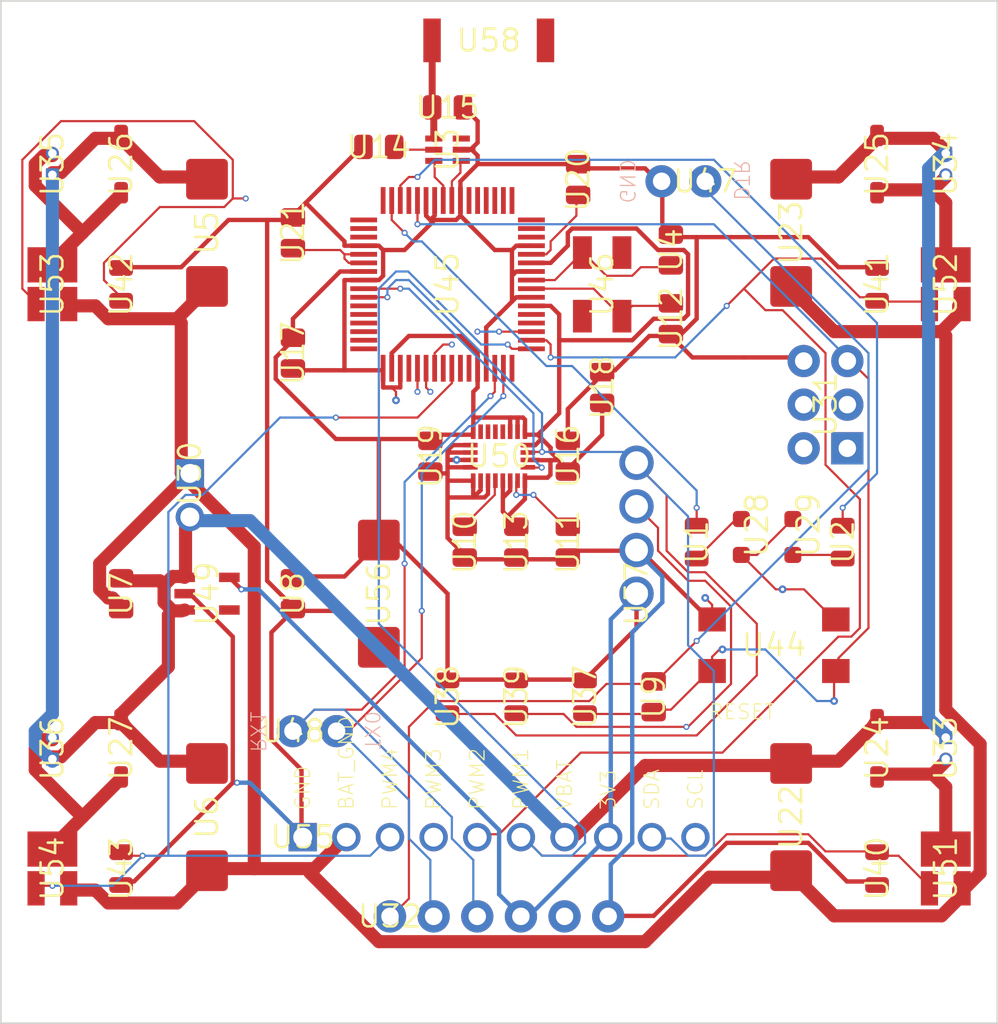
<source format=kicad_pcb>
(kicad_pcb (version 20241229) (generator "pcbnew") (generator_version "9.0")
  (layers (0 "F.Cu" signal "Top") (4 "In1.Cu" signal "Route2") (6 "In2.Cu" signal "Route15") (2 "B.Cu" signal "Bottom") (13 "F.Paste" user) (15 "B.Paste" user) (5 "F.SilkS" user) (7 "B.SilkS" user) (1 "F.Mask" user) (3 "B.Mask" user) (25 "Edge.Cuts" user))
  (net 0 "")
  (net 1 "3V3")
  (net 2 "GND")
  (net 3 "VBAT")
  (net 4 "BAT_GND")
  (net 5 "Net-(B1-Pad3)")
  (net 6 "Net-(B1-Pad4)")
  (net 7 "Net-(C3-Pad1)")
  (net 8 "Net-(C1-Pad1)")
  (net 9 "Net-(C2-Pad1)")
  (net 10 "/PWM3")
  (net 11 "/PWM2")
  (net 12 "/PWM1")
  (net 13 "/TX0")
  (net 14 "/RX0")
  (net 15 "/PWM4")
  (net 16 "/MISO")
  (net 17 "/MOSI")
  (net 18 "/SCK")
  (net 19 "/SDA")
  (net 20 "/SCL")
  (net 21 "Net-(C4-Pad1)")
  (net 22 "/RESET")
  (net 23 "Net-(D1-PadA)")
  (net 24 "Net-(C18-Pad1)")
  (net 25 "Net-(C19-Pad1)")
  (net 26 "Net-(B1-Pad2)")
  (net 27 "Net-(B1-Pad1)")
  (net 28 "Net-(D2-PadA)")
  (net 29 "Net-(D3-PadA)")
  (net 30 "Net-(D4-PadA)")
  (net 31 "/DTR")
  (net 32 "Net-(D7-Pad1)")
  (net 33 "Net-(D8-Pad2)")
  (net 34 "/LED2")
  (net 35 "/LED1")
  (footprint "quadcopter:BALUN" (layer "F.Cu") (at 145.5011 83.9162 -90)
    (property "Reference" "U3")
    (property "Value" "")
  )
  (footprint "quadcopter:CAPC2012X140_HS" (layer "F.Cu") (at 158.5011 89.7536 90)
    (property "Reference" "U4")
    (property "Value" "")
  )
  (footprint "quadcopter:CAPMP7343X310_HS" (layer "F.Cu") (at 131.5011 88.7536 -90)
    (property "Reference" "U5")
    (property "Value" "")
  )
  (footprint "quadcopter:CAPMP7343X310_HS" (layer "F.Cu") (at 131.5011 122.7536 -90)
    (property "Reference" "U6")
    (property "Value" "")
  )
  (footprint "quadcopter:CAPC2012X140_HS" (layer "F.Cu") (at 126.5011 109.7536 -90)
    (property "Reference" "U7")
    (property "Value" "")
  )
  (footprint "quadcopter:CAPC2012X140_HS" (layer "F.Cu") (at 136.5011 109.7536 -90)
    (property "Reference" "U8")
    (property "Value" "")
  )
  (footprint "quadcopter:CAPC2012X140_HS" (layer "F.Cu") (at 157.5011 115.7536 -90)
    (property "Reference" "U9")
    (property "Value" "")
  )
  (footprint "quadcopter:CAPC2012X140_HS" (layer "F.Cu") (at 146.5011 106.7536 -90)
    (property "Reference" "U10")
    (property "Value" "")
  )
  (footprint "quadcopter:CAPC2012X140_HS" (layer "F.Cu") (at 152.5011 106.7536 -90)
    (property "Reference" "U11")
    (property "Value" "")
  )
  (footprint "quadcopter:CAPC2012X140_HS" (layer "F.Cu") (at 158.5011 93.7536 -90)
    (property "Reference" "U12")
    (property "Value" "")
  )
  (footprint "quadcopter:CAPC2012X140_HS" (layer "F.Cu") (at 149.5011 106.7536 -90)
    (property "Reference" "U13")
    (property "Value" "")
  )
  (footprint "quadcopter:CAPC2012X140_HS" (layer "F.Cu") (at 141.5011 83.7536 180)
    (property "Reference" "U14")
    (property "Value" "")
  )
  (footprint "quadcopter:CAPC2012X140_HS" (layer "F.Cu") (at 145.5011 81.4536)
    (property "Reference" "U15")
    (property "Value" "")
  )
  (footprint "quadcopter:CAPC2012X140_HS" (layer "F.Cu") (at 152.5011 101.7536 90)
    (property "Reference" "U16")
    (property "Value" "")
  )
  (footprint "quadcopter:CAPC2012X140_HS" (layer "F.Cu") (at 136.5011 95.7536 -90)
    (property "Reference" "U17")
    (property "Value" "")
  )
  (footprint "quadcopter:CAPC2012X140_HS" (layer "F.Cu") (at 154.5011 97.7536 90)
    (property "Reference" "U18")
    (property "Value" "")
  )
  (footprint "quadcopter:CAPC2012X140_HS" (layer "F.Cu") (at 144.5011 101.7536 -90)
    (property "Reference" "U19")
    (property "Value" "")
  )
  (footprint "quadcopter:CAPC2012X140_HS" (layer "F.Cu") (at 153.1011 85.6536 90)
    (property "Reference" "U20")
    (property "Value" "")
  )
  (footprint "quadcopter:CAPC2012X140_HS" (layer "F.Cu") (at 136.5011 88.7536 90)
    (property "Reference" "U21")
    (property "Value" "")
  )
  (footprint "quadcopter:CAPMP7343X310_HS" (layer "F.Cu") (at 165.5011 122.7536 -90)
    (property "Reference" "U22")
    (property "Value" "")
  )
  (footprint "quadcopter:CAPMP7343X310_HS" (layer "F.Cu") (at 165.5011 88.7536 -90)
    (property "Reference" "U23")
    (property "Value" "")
  )
  (footprint "quadcopter:SOD3716X135_HS" (layer "F.Cu") (at 170.5011 118.7536 -90)
    (property "Reference" "U24")
    (property "Value" "")
  )
  (footprint "quadcopter:SOD3716X135_HS" (layer "F.Cu") (at 170.5011 84.7536 -90)
    (property "Reference" "U25")
    (property "Value" "")
  )
  (footprint "quadcopter:SOD3716X135_HS" (layer "F.Cu") (at 126.5011 84.7536 -90)
    (property "Reference" "U26")
    (property "Value" "")
  )
  (footprint "quadcopter:SOD3716X135_HS" (layer "F.Cu") (at 126.5011 118.7536 -90)
    (property "Reference" "U27")
    (property "Value" "")
  )
  (footprint "quadcopter:LEDSC125X200X120-2_HS" (layer "F.Cu") (at 163.5011 105.7536 -90)
    (property "Reference" "U28")
    (property "Value" "")
  )
  (footprint "quadcopter:LEDSC125X200X120-2_HS" (layer "F.Cu") (at 166.5011 105.7536 -90)
    (property "Reference" "U29")
    (property "Value" "")
  )
  (footprint "quadcopter:MALE_HEADER_2X1_0.1IN" (layer "F.Cu") (at 130.5011 102.7536 -90)
    (property "Reference" "U30")
    (property "Value" "")
  )
  (footprint "quadcopter:2X3-NS" (layer "F.Cu") (at 167.5011 98.7536 90)
    (property "Reference" "U31")
    (property "Value" "")
  )
  (footprint "quadcopter:FTDI_BASIC" (layer "F.Cu") (at 142.1511 128.5336)
    (property "Reference" "U32")
    (property "Value" "")
  )
  (footprint "quadcopter:MOLEX-0530470210" (layer "F.Cu") (at 174.5011 118.7536 90)
    (property "Reference" "U33")
    (property "Value" "")
  )
  (footprint "quadcopter:MOLEX-0530470210" (layer "F.Cu") (at 174.5011 84.7536 90)
    (property "Reference" "U34")
    (property "Value" "")
  )
  (footprint "quadcopter:MOLEX-0530470210" (layer "F.Cu") (at 122.5011 84.7536 -90)
    (property "Reference" "U35")
    (property "Value" "")
  )
  (footprint "quadcopter:MOLEX-0530470210" (layer "F.Cu") (at 122.5011 118.7536 -90)
    (property "Reference" "U36")
    (property "Value" "")
  )
  (footprint "quadcopter:RESC2012X60_HS" (layer "F.Cu") (at 153.5011 115.7536 90)
    (property "Reference" "U37")
    (property "Value" "")
  )
  (footprint "quadcopter:RESC2012X60_HS" (layer "F.Cu") (at 145.5011 115.7536 90)
    (property "Reference" "U38")
    (property "Value" "")
  )
  (footprint "quadcopter:RESC2012X60_HS" (layer "F.Cu") (at 149.5011 115.7536 90)
    (property "Reference" "U39")
    (property "Value" "")
  )
  (footprint "quadcopter:RESC2012X60_HS" (layer "F.Cu") (at 170.5011 125.7536 -90)
    (property "Reference" "U40")
    (property "Value" "")
  )
  (footprint "quadcopter:RESC2012X60_HS" (layer "F.Cu") (at 170.5011 91.7536 90)
    (property "Reference" "U41")
    (property "Value" "")
  )
  (footprint "quadcopter:RESC2012X60_HS" (layer "F.Cu") (at 126.5011 91.7536 90)
    (property "Reference" "U42")
    (property "Value" "")
  )
  (footprint "quadcopter:RESC2012X60_HS" (layer "F.Cu") (at 126.5011 125.7536 -90)
    (property "Reference" "U43")
    (property "Value" "")
  )
  (footprint "quadcopter:4.5MM_TACTILE_SWITCH_TL3305AF160QG" (layer "F.Cu") (at 164.5011 112.7536 180)
    (property "Reference" "U44")
    (property "Value" "")
  )
  (footprint "quadcopter:QFN-64" (layer "F.Cu") (at 145.5011 91.7536 -90)
    (property "Reference" "U45")
    (property "Value" "")
  )
  (footprint "quadcopter:CRYSTAL-SMD-5X3" (layer "F.Cu") (at 154.5011 91.7536 -90)
    (property "Reference" "U46")
    (property "Value" "")
  )
  (footprint "quadcopter:RESC2012X60_HS" (layer "F.Cu") (at 160.0011 106.7536 90)
    (property "Reference" "U1")
    (property "Value" "")
  )
  (footprint "quadcopter:RESC2012X60_HS" (layer "F.Cu") (at 168.5011 106.7536 90)
    (property "Reference" "U2")
    (property "Value" "")
  )
  (footprint "quadcopter:SOT23-DBV" (layer "F.Cu") (at 131.5011 109.7536 -90)
    (property "Reference" "U49")
    (property "Value" "")
  )
  (footprint "quadcopter:NEW_IMU_MEDIUM" (layer "F.Cu") (at 148.5011 101.7536 180)
    (property "Reference" "U50")
    (property "Value" "")
  )
  (footprint "quadcopter:N_FET_SI2302CDS-T1-E3CT-ND" (layer "F.Cu") (at 174.5011 125.7536 90)
    (property "Reference" "U51")
    (property "Value" "")
  )
  (footprint "quadcopter:N_FET_SI2302CDS-T1-E3CT-ND" (layer "F.Cu") (at 174.5011 91.7536 90)
    (property "Reference" "U52")
    (property "Value" "")
  )
  (footprint "quadcopter:N_FET_SI2302CDS-T1-E3CT-ND" (layer "F.Cu") (at 122.5011 91.7536 90)
    (property "Reference" "U53")
    (property "Value" "")
  )
  (footprint "quadcopter:N_FET_SI2302CDS-T1-E3CT-ND" (layer "F.Cu") (at 122.5011 125.7536 90)
    (property "Reference" "U54")
    (property "Value" "")
  )
  (footprint "quadcopter:HDRV10W63P254_10X1_2540X254H838_HS" (layer "F.Cu") (at 137.0711 123.9236)
    (property "Reference" "U55")
    (property "Value" "")
  )
  (footprint "quadcopter:CAPMP7343X310_HS" (layer "F.Cu") (at 141.5011 109.7536 -90)
    (property "Reference" "U56")
    (property "Value" "")
  )
  (footprint "quadcopter:HDRVR4W80P254_1X4_1066X254X850B" (layer "F.Cu") (at 156.5011 109.7536 90)
    (property "Reference" "U57")
    (property "Value" "")
  )
  (footprint "quadcopter:ANT-2.4GHZ-6.5X2.2MM" (layer "F.Cu") (at 147.9011 77.5536)
    (property "Reference" "U58")
    (property "Value" "")
  )
  (footprint "quadcopter:FTDI_BASIC_2PIN_2" (layer "B.Cu") (at 160.5011 85.7536 180)
    (property "Reference" "U47")
    (property "Value" "")
  )
  (footprint "quadcopter:FTDI_BASIC_2PIN_1" (layer "B.Cu") (at 136.5011 117.7536)
    (property "Reference" "U48")
    (property "Value" "")
  )
  (gr_line (start 177.5011 134.7536) (end 119.5011 134.7536) (stroke (width 0.1)) (layer "Edge.Cuts"))
  (gr_line (start 177.5011 75.2536) (end 177.5011 134.7536) (stroke (width 0.1)) (layer "Edge.Cuts"))
  (gr_line (start 119.5011 134.7536) (end 119.5011 75.2536) (stroke (width 0.1)) (layer "Edge.Cuts"))
  (gr_line (start 119.5011 75.2536) (end 177.5011 75.2536) (stroke (width 0.1)) (layer "Edge.Cuts"))
  (gr_text "PWM3" (at 144.6911 122.3996 90) (layer "F.SilkS") (effects (font (size 0.855 0.855) (thickness 0.072)) (justify left)))
  (gr_text "PWM4" (at 142.1511 122.3996 90) (layer "F.SilkS") (effects (font (size 0.855 0.855) (thickness 0.072)) (justify left)))
  (gr_text "3V3" (at 154.8511 122.3996 90) (layer "F.SilkS") (effects (font (size 0.855 0.855) (thickness 0.072)) (justify left)))
  (gr_text "GND" (at 137.0711 122.3996 90) (layer "F.SilkS") (effects (font (size 0.855 0.855) (thickness 0.072)) (justify left)))
  (gr_text "BAT_GND" (at 139.6111 122.3996 90) (layer "F.SilkS") (effects (font (size 0.855 0.855) (thickness 0.072)) (justify left)))
  (gr_text "PWM2" (at 147.2311 122.3996 90) (layer "F.SilkS") (effects (font (size 0.855 0.855) (thickness 0.072)) (justify left)))
  (gr_text "PWM1" (at 149.7711 122.3996 90) (layer "F.SilkS") (effects (font (size 0.855 0.855) (thickness 0.072)) (justify left)))
  (gr_text "SCL" (at 159.9311 122.3836 90) (layer "F.SilkS") (effects (font (size 0.855 0.855) (thickness 0.072)) (justify left)))
  (gr_text "VBAT" (at 152.3111 122.3996 90) (layer "F.SilkS") (effects (font (size 0.855 0.855) (thickness 0.072)) (justify left)))
  (gr_text "SDA" (at 157.3911 122.3996 90) (layer "F.SilkS") (effects (font (size 0.855 0.855) (thickness 0.072)) (justify left)))
  (gr_text "RESET" (at 164.6261 116.1286 0) (layer "F.SilkS") (effects (font (size 0.855 0.855) (thickness 0.072)) (justify right top)))
  (gr_text "RX1" (at 134.4511 117.7536 -90) (layer "B.SilkS") (effects (font (size 0.855 0.855) (thickness 0.072)) (justify mirror)))
  (gr_text "TX0" (at 141.1011 117.7036 -90) (layer "B.SilkS") (effects (font (size 0.855 0.855) (thickness 0.072)) (justify mirror)))
  (gr_text "GND" (at 155.9511 85.7536 -90) (layer "B.SilkS") (effects (font (size 0.855 0.855) (thickness 0.072)) (justify mirror)))
  (gr_text "DTR" (at 162.6011 85.7036 -90) (layer "B.SilkS") (effects (font (size 0.855 0.855) (thickness 0.072)) (justify mirror)))
  (segment (start 148.7211 104.9736) (end 148.7211 104.1752) (width 0.254) (layer "F.Cu") (net 1))
  (segment (start 149.5011 105.7536) (end 149.0011 105.2536) (width 0.254) (layer "F.Cu") (net 1))
  (segment (start 150.0011 103.2536) (end 150.0061 103.1786) (width 0.254) (layer "F.Cu") (net 1))
  (segment (start 150.7511 100.5036) (end 150.0011 100.5036) (width 0.254) (layer "F.Cu") (net 1))
  (segment (start 148.7211 104.1752) (end 148.7211 103.189315) (width 0.254) (layer "F.Cu") (net 1))
  (segment (start 151.5011 101.2536) (end 150.9811 100.7336) (width 0.254) (layer "F.Cu") (net 1))
  (segment (start 149.0011 105.2536) (end 150.0011 104.2536) (width 0.254) (layer "F.Cu") (net 1))
  (segment (start 152.5011 102.5036) (end 151.9361 101.9386) (width 0.254) (layer "F.Cu") (net 1))
  (segment (start 150.0011 100.5036) (end 150.0061 100.3286) (width 0.254) (layer "F.Cu") (net 1))
  (segment (start 154.5011 100.5036) (end 154.5011 98.6486) (width 0.254) (layer "F.Cu") (net 1))
  (segment (start 152.5011 102.5036) (end 152.5011 102.6486) (width 0.254) (layer "F.Cu") (net 1))
  (segment (start 150.9811 100.7336) (end 150.7511 100.5036) (width 0.254) (layer "F.Cu") (net 1))
  (segment (start 151.5011 93.0036) (end 150.3821 93.0036) (width 0.254) (layer "F.Cu") (net 1))
  (segment (start 150.0011 104.2536) (end 150.0011 103.2536) (width 0.254) (layer "F.Cu") (net 1))
  (segment (start 152.0011 93.5036) (end 151.5011 93.0036) (width 0.254) (layer "F.Cu") (net 1))
  (segment (start 152.0011 99.2536) (end 152.0011 95.0036) (width 0.254) (layer "F.Cu") (net 1))
  (segment (start 152.0011 95.0036) (end 152.0011 93.5036) (width 0.254) (layer "F.Cu") (net 1))
  (segment (start 149.0011 105.2536) (end 148.7211 104.9736) (width 0.254) (layer "F.Cu") (net 1))
  (segment (start 150.7511 100.5036) (end 152.0011 99.2536) (width 0.254) (layer "F.Cu") (net 1))
  (segment (start 149.5011 105.7536) (end 149.5011 105.8586) (width 0.254) (layer "F.Cu") (net 1))
  (segment (start 148.7211 103.189315) (end 148.7161 103.1786) (width 0.254) (layer "F.Cu") (net 1))
  (segment (start 151.5011 101.5036) (end 151.5011 101.2536) (width 0.254) (layer "F.Cu") (net 1))
  (segment (start 133.5011 109.5036) (end 132.8011 108.8036) (width 0.254) (layer "F.Cu") (net 1))
  (segment (start 151.9361 101.9386) (end 151.5011 101.5036) (width 0.254) (layer "F.Cu") (net 1))
  (segment (start 152.5011 102.5036) (end 154.5011 100.5036) (width 0.254) (layer "F.Cu") (net 1))
  (segment (start 157.5011 93.7536) (end 159.2511 93.7536) (width 0.254) (layer "F.Cu") (net 1))
  (segment (start 149.5011 114.7536) (end 149.5011 114.7986) (width 0.254) (layer "F.Cu") (net 1))
  (segment (start 156.5011 88.5036) (end 152.7511 88.5036) (width 0.254) (layer "F.Cu") (net 1))
  (segment (start 156.5011 111.7536) (end 156.5011 109.7536) (width 0.254) (layer "F.Cu") (net 1))
  (segment (start 144.7511 100.5036) (end 147.0011 100.5036) (width 0.254) (layer "F.Cu") (net 1))
  (segment (start 144.5011 100.7536) (end 144.7511 100.5036) (width 0.254) (layer "F.Cu") (net 1))
  (segment (start 159.5011 90.0036) (end 159.2511 89.7536) (width 0.254) (layer "F.Cu") (net 1))
  (segment (start 140.6201 91.0036) (end 139.2511 91.0036) (width 0.254) (layer "F.Cu") (net 1))
  (segment (start 147.2511 95.7536) (end 146.2511 94.7536) (width 0.254) (layer "F.Cu") (net 1))
  (segment (start 152.0011 95.0036) (end 156.2511 95.0036) (width 0.254) (layer "F.Cu") (net 1))
  (segment (start 147.2511 96.6346) (end 147.2511 95.7536) (width 0.254) (layer "F.Cu") (net 1))
  (segment (start 147.0011 98.0036) (end 147.0011 99.5036) (width 0.254) (layer "F.Cu") (net 1))
  (segment (start 135.5011 96.0036) (end 136.5011 95.0036) (width 0.254) (layer "F.Cu") (net 1))
  (segment (start 135.5011 97.2536) (end 135.5011 96.0036) (width 0.254) (layer "F.Cu") (net 1))
  (segment (start 141.5011 100.7536) (end 141.5011 106.6336) (width 0.254) (layer "F.Cu") (net 1))
  (segment (start 159.5011 93.5036) (end 159.5011 90.0036) (width 0.254) (layer "F.Cu") (net 1))
  (segment (start 147.0011 100.5036) (end 146.9961 100.3286) (width 0.254) (layer "F.Cu") (net 1))
  (segment (start 147.0011 99.5036) (end 147.0011 100.2536) (width 0.254) (layer "F.Cu") (net 1))
  (segment (start 141.5011 106.7536) (end 141.5011 106.6336) (width 0.254) (layer "F.Cu") (net 1))
  (segment (start 141.5011 106.7536) (end 139.5011 108.7536) (width 0.254) (layer "F.Cu") (net 1))
  (segment (start 156.2511 95.0036) (end 157.5011 93.7536) (width 0.254) (layer "F.Cu") (net 1))
  (segment (start 150.0061 103.1786) (end 150.0011 103.0036) (width 0.254) (layer "F.Cu") (net 1))
  (segment (start 149.5011 114.7536) (end 145.5011 114.7536) (width 0.254) (layer "F.Cu") (net 1))
  (segment (start 139.0011 100.7536) (end 135.5011 97.2536) (width 0.254) (layer "F.Cu") (net 1))
  (segment (start 145.5011 109.7536) (end 145.5011 114.7536) (width 0.254) (layer "F.Cu") (net 1))
  (segment (start 144.5011 100.7536) (end 141.5011 100.7536) (width 0.254) (layer "F.Cu") (net 1))
  (segment (start 149.8911 99.5036) (end 150.0111 99.6236) (width 0.254) (layer "F.Cu") (net 1))
  (segment (start 150.0111 99.6236) (end 150.0111 100.2436) (width 0.254) (layer "F.Cu") (net 1))
  (segment (start 150.0111 100.2436) (end 150.0011 100.2536) (width 0.254) (layer "F.Cu") (net 1))
  (segment (start 150.0011 100.2536) (end 150.0061 100.3286) (width 0.254) (layer "F.Cu") (net 1))
  (segment (start 151.5011 90.5036) (end 150.3821 90.5036) (width 0.254) (layer "F.Cu") (net 1))
  (segment (start 142.2511 95.7536) (end 142.2511 96.6346) (width 0.254) (layer "F.Cu") (net 1))
  (segment (start 147.2511 97.7536) (end 147.0011 98.0036) (width 0.254) (layer "F.Cu") (net 1))
  (segment (start 147.0011 99.5036) (end 149.1611 99.5036) (width 0.254) (layer "F.Cu") (net 1))
  (segment (start 149.1611 99.5036) (end 149.6111 99.5036) (width 0.254) (layer "F.Cu") (net 1))
  (segment (start 153.5011 114.7536) (end 153.5011 114.7986) (width 0.254) (layer "F.Cu") (net 1))
  (segment (start 145.5011 114.7536) (end 145.5011 114.7986) (width 0.254) (layer "F.Cu") (net 1))
  (segment (start 152.5011 88.7536) (end 152.5011 89.5036) (width 0.254) (layer "F.Cu") (net 1))
  (segment (start 136.5011 93.7536) (end 136.5011 94.8586) (width 0.254) (layer "F.Cu") (net 1))
  (segment (start 146.2511 94.7536) (end 143.2511 94.7536) (width 0.254) (layer "F.Cu") (net 1))
  (segment (start 157.7511 89.7536) (end 156.5011 88.5036) (width 0.254) (layer "F.Cu") (net 1))
  (segment (start 153.5011 114.7536) (end 156.5011 111.7536) (width 0.254) (layer "F.Cu") (net 1))
  (segment (start 147.0011 100.2536) (end 146.9961 100.3286) (width 0.254) (layer "F.Cu") (net 1))
  (segment (start 142.5011 106.7536) (end 145.5011 109.7536) (width 0.254) (layer "F.Cu") (net 1))
  (segment (start 149.5761 100.3286) (end 149.5761 99.5386) (width 0.254) (layer "F.Cu") (net 1))
  (segment (start 139.5011 108.7536) (end 136.5011 108.7536) (width 0.254) (layer "F.Cu") (net 1))
  (segment (start 141.5011 106.7536) (end 142.5011 106.7536) (width 0.254) (layer "F.Cu") (net 1))
  (segment (start 136.5011 108.7536) (end 136.5011 108.8586) (width 0.254) (layer "F.Cu") (net 1))
  (segment (start 159.2511 93.7536) (end 159.5011 93.5036) (width 0.254) (layer "F.Cu") (net 1))
  (segment (start 139.2511 91.0036) (end 136.5011 93.7536) (width 0.254) (layer "F.Cu") (net 1))
  (segment (start 152.5011 89.5036) (end 151.5011 90.5036) (width 0.254) (layer "F.Cu") (net 1))
  (segment (start 143.2511 94.7536) (end 142.2511 95.7536) (width 0.254) (layer "F.Cu") (net 1))
  (segment (start 147.2511 96.6346) (end 147.2511 97.7536) (width 0.254) (layer "F.Cu") (net 1))
  (segment (start 149.6111 99.5036) (end 149.8911 99.5036) (width 0.254) (layer "F.Cu") (net 1))
  (segment (start 136.5011 95.0036) (end 136.5011 94.8586) (width 0.254) (layer "F.Cu") (net 1))
  (segment (start 141.5011 100.7536) (end 139.0011 100.7536) (width 0.254) (layer "F.Cu") (net 1))
  (segment (start 144.5011 100.7536) (end 144.5011 100.8586) (width 0.254) (layer "F.Cu") (net 1))
  (segment (start 152.7511 88.5036) (end 152.5011 88.7536) (width 0.254) (layer "F.Cu") (net 1))
  (segment (start 149.5011 114.7536) (end 153.5011 114.7536) (width 0.254) (layer "F.Cu") (net 1))
  (segment (start 159.2511 89.7536) (end 157.7511 89.7536) (width 0.254) (layer "F.Cu") (net 1))
  (segment (start 149.1461 100.3286) (end 149.1461 99.5186) (width 0.254) (layer "F.Cu") (net 1))
  (segment (start 150.1761 101.1086) (end 150.6061 101.1086) (width 0.254) (layer "F.Cu") (net 1))
  (segment (start 150.1761 101.9686) (end 150.785862 101.9686) (width 0.254) (layer "F.Cu") (net 1))
  (segment (start 150.785862 101.9686) (end 150.801862 101.9846) (width 0.254) (layer "F.Cu") (net 1))
  (segment (start 149.1461 103.1786) (end 149.1461 103.7502) (width 0.254) (layer "F.Cu") (net 1))
  (segment (start 149.1461 99.5186) (end 149.1611 99.5036) (width 0.254) (layer "F.Cu") (net 1))
  (segment (start 150.801862 101.9846) (end 151.4911 101.9846) (width 0.254) (layer "F.Cu") (net 1))
  (segment (start 151.4911 101.9846) (end 151.8901 101.9846) (width 0.254) (layer "F.Cu") (net 1))
  (segment (start 151.4911 102.8336) (end 151.4911 101.9846) (width 0.254) (layer "F.Cu") (net 1))
  (segment (start 150.6061 101.1086) (end 150.9811 100.7336) (width 0.254) (layer "F.Cu") (net 1))
  (segment (start 150.0011 103.0036) (end 151.3211 103.0036) (width 0.254) (layer "F.Cu") (net 1))
  (segment (start 149.5761 99.5386) (end 149.6111 99.5036) (width 0.254) (layer "F.Cu") (net 1))
  (segment (start 151.3211 103.0036) (end 151.4911 102.8336) (width 0.254) (layer "F.Cu") (net 1))
  (segment (start 149.1461 103.7502) (end 148.7211 104.1752) (width 0.254) (layer "F.Cu") (net 1))
  (segment (start 151.8901 101.9846) (end 151.9361 101.9386) (width 0.254) (layer "F.Cu") (net 1))
  (via (at 133.5011 109.5036) (size 0.3524) (drill 0.2) (layers "F.Cu" "B.Cu") (net 1))
  (segment (start 154.7511 124.0036) (end 154.8511 123.9236) (width 0.254) (layer "B.Cu") (net 1))
  (segment (start 149.7511 128.5036) (end 148.5011 127.2536) (width 0.254) (layer "B.Cu") (net 1))
  (segment (start 150.0011 128.7536) (end 154.7511 124.0036) (width 0.254) (layer "B.Cu") (net 1))
  (segment (start 148.5011 127.2536) (end 148.5011 123.5036) (width 0.254) (layer "B.Cu") (net 1))
  (segment (start 150.0011 128.7536) (end 149.7711 128.5336) (width 0.254) (layer "B.Cu") (net 1))
  (segment (start 149.7511 128.5036) (end 149.7711 128.5336) (width 0.254) (layer "B.Cu") (net 1))
  (segment (start 134.5011 109.5036) (end 133.5011 109.5036) (width 0.254) (layer "B.Cu") (net 1))
  (segment (start 148.5011 123.5036) (end 134.5011 109.5036) (width 0.254) (layer "B.Cu") (net 1))
  (segment (start 156.5011 109.7536) (end 155.0011 111.2536) (width 0.254) (layer "B.Cu") (net 1))
  (segment (start 155.0011 123.7536) (end 154.8511 123.9236) (width 0.254) (layer "B.Cu") (net 1))
  (segment (start 155.0011 111.2536) (end 155.0011 123.7536) (width 0.254) (layer "B.Cu") (net 1))
  (segment (start 170.5011 126.5036) (end 170.5011 126.7086) (width 0.254) (layer "F.Cu") (net 2))
  (segment (start 168.7511 126.5036) (end 170.5011 126.5036) (width 0.254) (layer "F.Cu") (net 2))
  (segment (start 149.5011 107.7536) (end 146.5011 107.7536) (width 0.254) (layer "F.Cu") (net 2))
  (segment (start 149.5011 107.7536) (end 152.5011 107.7536) (width 0.254) (layer "F.Cu") (net 2))
  (segment (start 149.5011 107.7536) (end 149.5011 107.6486) (width 0.254) (layer "F.Cu") (net 2))
  (segment (start 157.5011 128.5036) (end 161.7511 124.2536) (width 0.254) (layer "F.Cu") (net 2))
  (segment (start 166.5011 124.2536) (end 168.7511 126.5036) (width 0.254) (layer "F.Cu") (net 2))
  (segment (start 168.0011 111.2536) (end 168.1011 111.2536) (width 0.254) (layer "F.Cu") (net 2))
  (segment (start 144.5011 102.7536) (end 144.5011 102.6486) (width 0.254) (layer "F.Cu") (net 2))
  (segment (start 152.5011 107.7536) (end 152.5011 107.6486) (width 0.254) (layer "F.Cu") (net 2))
  (segment (start 145.5011 106.5036) (end 145.5011 104.1536) (width 0.254) (layer "F.Cu") (net 2))
  (segment (start 146.5011 107.7536) (end 146.5011 107.6486) (width 0.254) (layer "F.Cu") (net 2))
  (segment (start 161.7511 124.2536) (end 166.5011 124.2536) (width 0.254) (layer "F.Cu") (net 2))
  (segment (start 145.5011 102.7536) (end 144.5011 102.7536) (width 0.254) (layer "F.Cu") (net 2))
  (segment (start 155.0011 128.5036) (end 154.8511 128.5336) (width 0.254) (layer "F.Cu") (net 2))
  (segment (start 155.0011 128.5036) (end 157.5011 128.5036) (width 0.254) (layer "F.Cu") (net 2))
  (segment (start 137.0011 123.7536) (end 137.0711 123.9236) (width 0.254) (layer "F.Cu") (net 2))
  (segment (start 154.5011 97.0036) (end 152.5011 99.0036) (width 0.254) (layer "F.Cu") (net 2))
  (segment (start 146.5011 107.5036) (end 145.5011 106.5036) (width 0.254) (layer "F.Cu") (net 2))
  (segment (start 170.5011 90.7536) (end 170.5011 90.7986) (width 0.254) (layer "F.Cu") (net 2))
  (segment (start 157.0011 85.0036) (end 153.2511 85.0036) (width 0.254) (layer "F.Cu") (net 2))
  (segment (start 158.0011 85.7536) (end 157.9611 85.7536) (width 0.254) (layer "F.Cu") (net 2))
  (segment (start 158.5011 94.7536) (end 158.5011 94.6486) (width 0.254) (layer "F.Cu") (net 2))
  (segment (start 127.2511 126.5036) (end 133.0011 120.7536) (width 0.254) (layer "F.Cu") (net 2))
  (segment (start 157.2511 94.7536) (end 158.5011 94.7536) (width 0.254) (layer "F.Cu") (net 2))
  (segment (start 152.5011 99.0036) (end 152.5011 100.8586) (width 0.254) (layer "F.Cu") (net 2))
  (segment (start 152.5011 107.5036) (end 152.5011 107.6486) (width 0.254) (layer "F.Cu") (net 2))
  (segment (start 156.5011 107.0036) (end 156.5011 107.2136) (width 0.254) (layer "F.Cu") (net 2))
  (segment (start 157.7511 85.7536) (end 157.9611 85.7536) (width 0.254) (layer "F.Cu") (net 2))
  (segment (start 168.2511 90.7536) (end 170.5011 90.7536) (width 0.254) (layer "F.Cu") (net 2))
  (segment (start 155.2511 96.7536) (end 157.2511 94.7536) (width 0.254) (layer "F.Cu") (net 2))
  (segment (start 158.0011 88.2536) (end 158.0011 85.7536) (width 0.254) (layer "F.Cu") (net 2))
  (segment (start 158.5011 88.7536) (end 158.0011 88.2536) (width 0.254) (layer "F.Cu") (net 2))
  (segment (start 160.0011 93.7536) (end 158.7511 95.0036) (width 0.254) (layer "F.Cu") (net 2))
  (segment (start 162.7511 96.0036) (end 166.0011 96.0036) (width 0.254) (layer "F.Cu") (net 2))
  (segment (start 152.5011 107.5036) (end 152.7511 107.2536) (width 0.254) (layer "F.Cu") (net 2))
  (segment (start 154.5011 97.0036) (end 154.5011 96.8586) (width 0.254) (layer "F.Cu") (net 2))
  (segment (start 158.5011 88.7536) (end 158.5011 88.8586) (width 0.254) (layer "F.Cu") (net 2))
  (segment (start 157.7511 85.7536) (end 157.0011 85.0036) (width 0.254) (layer "F.Cu") (net 2))
  (segment (start 160.0011 89.0036) (end 160.0011 93.7536) (width 0.254) (layer "F.Cu") (net 2))
  (segment (start 126.5011 126.5036) (end 127.2511 126.5036) (width 0.254) (layer "F.Cu") (net 2))
  (segment (start 141.5011 112.7536) (end 139.5011 110.7536) (width 0.254) (layer "F.Cu") (net 2))
  (segment (start 146.5011 107.5036) (end 146.5011 107.6486) (width 0.254) (layer "F.Cu") (net 2))
  (segment (start 126.5011 126.5036) (end 126.5011 126.7086) (width 0.254) (layer "F.Cu") (net 2))
  (segment (start 137.0011 120.0036) (end 137.0011 123.7536) (width 0.254) (layer "F.Cu") (net 2))
  (segment (start 135.2511 112.0036) (end 135.2511 118.2536) (width 0.254) (layer "F.Cu") (net 2))
  (segment (start 136.5011 110.7536) (end 136.5011 110.6486) (width 0.254) (layer "F.Cu") (net 2))
  (segment (start 154.5011 96.7536) (end 155.2511 96.7536) (width 0.254) (layer "F.Cu") (net 2))
  (segment (start 158.7511 95.0036) (end 158.5011 94.6486) (width 0.254) (layer "F.Cu") (net 2))
  (segment (start 145.5011 103.1336) (end 145.5011 102.7536) (width 0.254) (layer "F.Cu") (net 2))
  (segment (start 156.5011 107.2536) (end 156.5011 107.2136) (width 0.254) (layer "F.Cu") (net 2))
  (segment (start 156.5011 107.0036) (end 160.7511 111.2536) (width 0.254) (layer "F.Cu") (net 2))
  (segment (start 160.7511 111.2536) (end 160.9011 111.2536) (width 0.254) (layer "F.Cu") (net 2))
  (segment (start 158.7511 95.0036) (end 159.7511 96.0036) (width 0.254) (layer "F.Cu") (net 2))
  (segment (start 158.5011 89.0036) (end 160.0011 89.0036) (width 0.254) (layer "F.Cu") (net 2))
  (segment (start 141.5011 112.7536) (end 141.5011 112.8736) (width 0.254) (layer "F.Cu") (net 2))
  (segment (start 166.5011 89.0036) (end 168.2511 90.7536) (width 0.254) (layer "F.Cu") (net 2))
  (segment (start 133.0011 120.7536) (end 133.0011 112.2536) (width 0.254) (layer "F.Cu") (net 2))
  (segment (start 133.0011 112.2536) (end 130.5011 109.7536) (width 0.254) (layer "F.Cu") (net 2))
  (segment (start 145.5011 104.1536) (end 145.5011 103.1336) (width 0.254) (layer "F.Cu") (net 2))
  (segment (start 152.7511 107.2536) (end 156.5011 107.2536) (width 0.254) (layer "F.Cu") (net 2))
  (segment (start 154.5011 96.7536) (end 154.5011 96.8586) (width 0.254) (layer "F.Cu") (net 2))
  (segment (start 158.5011 94.7536) (end 158.7511 95.0036) (width 0.254) (layer "F.Cu") (net 2))
  (segment (start 166.0011 96.0036) (end 166.2311 96.2136) (width 0.254) (layer "F.Cu") (net 2))
  (segment (start 139.5011 110.7536) (end 136.5011 110.7536) (width 0.254) (layer "F.Cu") (net 2))
  (segment (start 160.0011 89.0036) (end 166.5011 89.0036) (width 0.254) (layer "F.Cu") (net 2))
  (segment (start 158.5011 89.0036) (end 158.5011 88.8586) (width 0.254) (layer "F.Cu") (net 2))
  (segment (start 159.7511 96.0036) (end 162.7511 96.0036) (width 0.254) (layer "F.Cu") (net 2))
  (segment (start 130.5011 109.7536) (end 130.2011 109.7536) (width 0.254) (layer "F.Cu") (net 2))
  (segment (start 135.2511 118.2536) (end 137.0011 120.0036) (width 0.254) (layer "F.Cu") (net 2))
  (segment (start 153.2511 85.0036) (end 153.1011 84.7586) (width 0.254) (layer "F.Cu") (net 2))
  (segment (start 136.5011 110.7536) (end 135.2511 112.0036) (width 0.254) (layer "F.Cu") (net 2))
  (segment (start 144.7511 86.8726) (end 144.7511 87.7536) (width 0.254) (layer "F.Cu") (net 2))
  (segment (start 132.7511 88.0036) (end 130.0011 90.7536) (width 0.254) (layer "F.Cu") (net 2))
  (segment (start 146.0011 88.0036) (end 146.2511 87.7536) (width 0.254) (layer "F.Cu") (net 2))
  (segment (start 144.5011 88.0036) (end 144.7511 88.0036) (width 0.254) (layer "F.Cu") (net 2))
  (segment (start 147.0011 84.0036) (end 147.0011 83.7536) (width 0.254) (layer "F.Cu") (net 2))
  (segment (start 147.2511 84.7536) (end 147.2511 84.2536) (width 0.254) (layer "F.Cu") (net 2))
  (segment (start 143.0011 89.7536) (end 141.7511 89.7536) (width 0.254) (layer "F.Cu") (net 2))
  (segment (start 139.5011 96.7536) (end 136.5011 96.7536) (width 0.254) (layer "F.Cu") (net 2))
  (segment (start 141.7511 96.7536) (end 141.7511 96.6346) (width 0.254) (layer "F.Cu") (net 2))
  (segment (start 130.0011 90.7536) (end 126.5011 90.7536) (width 0.254) (layer "F.Cu") (net 2))
  (segment (start 135.0011 88.0036) (end 132.7511 88.0036) (width 0.254) (layer "F.Cu") (net 2))
  (segment (start 147.2511 82.2536) (end 147.2511 83.5036) (width 0.254) (layer "F.Cu") (net 2))
  (segment (start 141.7511 91.2536) (end 141.5011 91.5036) (width 0.254) (layer "F.Cu") (net 2))
  (segment (start 146.5011 81.5036) (end 146.3961 81.4536) (width 0.254) (layer "F.Cu") (net 2))
  (segment (start 137.2511 87.0036) (end 140.5011 83.7536) (width 0.254) (layer "F.Cu") (net 2))
  (segment (start 126.5011 90.7536) (end 126.5011 90.7986) (width 0.254) (layer "F.Cu") (net 2))
  (segment (start 149.2511 91.2536) (end 149.5011 91.0036) (width 0.254) (layer "F.Cu") (net 2))
  (segment (start 144.7511 88.0036) (end 146.0011 88.0036) (width 0.254) (layer "F.Cu") (net 2))
  (segment (start 146.5011 81.5036) (end 147.2511 82.2536) (width 0.254) (layer "F.Cu") (net 2))
  (segment (start 144.7511 88.0036) (end 143.0011 89.7536) (width 0.254) (layer "F.Cu") (net 2))
  (segment (start 147.7511 94.2536) (end 147.7511 96.6346) (width 0.254) (layer "F.Cu") (net 2))
  (segment (start 139.5011 91.5036) (end 139.5011 96.7536) (width 0.254) (layer "F.Cu") (net 2))
  (segment (start 136.5011 88.0036) (end 135.0011 88.0036) (width 0.254) (layer "F.Cu") (net 2))
  (segment (start 140.6201 91.5036) (end 139.5011 91.5036) (width 0.254) (layer "F.Cu") (net 2))
  (segment (start 148.2511 89.7536) (end 149.2511 89.7536) (width 0.254) (layer "F.Cu") (net 2))
  (segment (start 146.2511 87.7536) (end 148.2511 89.7536) (width 0.254) (layer "F.Cu") (net 2))
  (segment (start 139.5011 89.2536) (end 137.2511 87.0036) (width 0.254) (layer "F.Cu") (net 2))
  (segment (start 149.2511 89.7536) (end 149.5011 89.5036) (width 0.254) (layer "F.Cu") (net 2))
  (segment (start 147.2511 84.2536) (end 147.0011 84.0036) (width 0.254) (layer "F.Cu") (net 2))
  (segment (start 149.2511 91.2536) (end 149.2511 89.7536) (width 0.254) (layer "F.Cu") (net 2))
  (segment (start 146.2511 86.8726) (end 146.2511 85.7536) (width 0.254) (layer "F.Cu") (net 2))
  (segment (start 139.5011 89.5036) (end 139.5011 89.2536) (width 0.254) (layer "F.Cu") (net 2))
  (segment (start 140.6201 89.5036) (end 139.5011 89.5036) (width 0.254) (layer "F.Cu") (net 2))
  (segment (start 135.0011 109.0036) (end 136.5011 110.5036) (width 0.254) (layer "F.Cu") (net 2))
  (segment (start 135.0011 88.0036) (end 135.0011 109.0036) (width 0.254) (layer "F.Cu") (net 2))
  (segment (start 146.2511 85.7536) (end 147.2511 84.7536) (width 0.254) (layer "F.Cu") (net 2))
  (segment (start 136.5011 88.0036) (end 136.5011 87.8586) (width 0.254) (layer "F.Cu") (net 2))
  (segment (start 140.5011 83.7536) (end 140.6061 83.7536) (width 0.254) (layer "F.Cu") (net 2))
  (segment (start 149.5011 91.0036) (end 150.3821 91.0036) (width 0.254) (layer "F.Cu") (net 2))
  (segment (start 147.2511 83.5036) (end 147.0211 83.7336) (width 0.254) (layer "F.Cu") (net 2))
  (segment (start 142.7511 97.7536) (end 142.7511 96.6346) (width 0.254) (layer "F.Cu") (net 2))
  (segment (start 149.2511 92.7536) (end 147.7511 94.2536) (width 0.254) (layer "F.Cu") (net 2))
  (segment (start 147.0011 83.7536) (end 146.8311 83.9236) (width 0.254) (layer "F.Cu") (net 2))
  (segment (start 146.8311 83.9236) (end 146.3085 83.9236) (width 0.254) (layer "F.Cu") (net 2))
  (segment (start 141.5011 91.5036) (end 140.6201 91.5036) (width 0.254) (layer "F.Cu") (net 2))
  (segment (start 141.7511 89.7536) (end 141.7511 91.2536) (width 0.254) (layer "F.Cu") (net 2))
  (segment (start 149.5011 89.5036) (end 150.3821 89.5036) (width 0.254) (layer "F.Cu") (net 2))
  (segment (start 136.5011 87.7536) (end 136.5011 87.8586) (width 0.254) (layer "F.Cu") (net 2))
  (segment (start 140.6201 89.5036) (end 141.5011 89.5036) (width 0.254) (layer "F.Cu") (net 2))
  (segment (start 146.3011 83.9162) (end 146.3085 83.9236) (width 0.254) (layer "F.Cu") (net 2))
  (segment (start 136.5011 87.7536) (end 137.2511 87.0036) (width 0.254) (layer "F.Cu") (net 2))
  (segment (start 149.5011 92.5036) (end 149.2511 92.7536) (width 0.254) (layer "F.Cu") (net 2))
  (segment (start 150.3821 92.5036) (end 149.5011 92.5036) (width 0.254) (layer "F.Cu") (net 2))
  (segment (start 149.2511 92.7536) (end 149.2511 91.2536) (width 0.254) (layer "F.Cu") (net 2))
  (segment (start 144.2511 87.7536) (end 144.2511 86.8726) (width 0.254) (layer "F.Cu") (net 2))
  (segment (start 144.7511 87.7536) (end 144.5011 88.0036) (width 0.254) (layer "F.Cu") (net 2))
  (segment (start 146.2511 87.7536) (end 146.2511 86.8726) (width 0.254) (layer "F.Cu") (net 2))
  (segment (start 141.7511 96.7536) (end 139.5011 96.7536) (width 0.254) (layer "F.Cu") (net 2))
  (segment (start 141.5011 89.5036) (end 141.7511 89.7536) (width 0.254) (layer "F.Cu") (net 2))
  (segment (start 141.7511 96.7536) (end 141.7511 97.7536) (width 0.254) (layer "F.Cu") (net 2))
  (segment (start 147.0211 83.7336) (end 147.0011 83.7536) (width 0.254) (layer "F.Cu") (net 2))
  (segment (start 136.5011 96.7536) (end 136.5011 96.6486) (width 0.254) (layer "F.Cu") (net 2))
  (segment (start 144.5011 88.0036) (end 144.2511 87.7536) (width 0.254) (layer "F.Cu") (net 2))
  (segment (start 136.5011 110.5036) (end 136.5011 110.6486) (width 0.254) (layer "F.Cu") (net 2))
  (segment (start 145.5161 101.9686) (end 145.5011 101.9536) (width 0.254) (layer "F.Cu") (net 2))
  (segment (start 146.9961 103.1786) (end 146.9961 104.1486) (width 0.254) (layer "F.Cu") (net 2))
  (segment (start 146.9961 104.1486) (end 147.0011 104.1536) (width 0.254) (layer "F.Cu") (net 2))
  (segment (start 145.5461 103.1786) (end 145.5011 103.1336) (width 0.254) (layer "F.Cu") (net 2))
  (segment (start 147.2511 84.7536) (end 153.0011 84.7536) (width 0.254) (layer "F.Cu") (net 2))
  (segment (start 147.0011 104.1536) (end 145.5011 104.1536) (width 0.254) (layer "F.Cu") (net 2))
  (segment (start 145.8161 101.1086) (end 145.5011 101.4236) (width 0.254) (layer "F.Cu") (net 2))
  (segment (start 145.5011 101.4236) (end 145.5011 101.9536) (width 0.254) (layer "F.Cu") (net 2))
  (segment (start 145.6161 101.5386) (end 145.5011 101.4236) (width 0.254) (layer "F.Cu") (net 2))
  (segment (start 147.4261 103.7286) (end 147.0011 104.1536) (width 0.254) (layer "F.Cu") (net 2))
  (segment (start 145.5011 102.4036) (end 145.5011 102.7536) (width 0.254) (layer "F.Cu") (net 2))
  (segment (start 146.8261 101.5386) (end 145.6161 101.5386) (width 0.254) (layer "F.Cu") (net 2))
  (segment (start 147.4261 103.1786) (end 147.4261 103.7286) (width 0.254) (layer "F.Cu") (net 2))
  (segment (start 147.652082 104.1536) (end 147.0011 104.1536) (width 0.254) (layer "F.Cu") (net 2))
  (segment (start 147.8561 103.1786) (end 147.8561 103.949581) (width 0.254) (layer "F.Cu") (net 2))
  (segment (start 146.8261 102.3986) (end 145.5061 102.3986) (width 0.254) (layer "F.Cu") (net 2))
  (segment (start 153.0011 84.7536) (end 153.1011 84.7586) (width 0.254) (layer "F.Cu") (net 2))
  (segment (start 147.8561 103.949581) (end 147.652082 104.1536) (width 0.254) (layer "F.Cu") (net 2))
  (segment (start 133.2511 120.7536) (end 133.0011 120.7536) (width 0.254) (layer "F.Cu") (net 2))
  (segment (start 146.9961 103.1786) (end 145.5461 103.1786) (width 0.254) (layer "F.Cu") (net 2))
  (segment (start 145.5011 101.9536) (end 145.5011 102.4036) (width 0.254) (layer "F.Cu") (net 2))
  (segment (start 145.5061 102.3986) (end 145.5011 102.4036) (width 0.254) (layer "F.Cu") (net 2))
  (segment (start 146.8261 101.1086) (end 145.8161 101.1086) (width 0.254) (layer "F.Cu") (net 2))
  (segment (start 146.0314 101.9686) (end 145.5161 101.9686) (width 0.254) (layer "F.Cu") (net 2))
  (segment (start 164.6025 109.5) (end 162.6011 107.4986) (width 0.127) (layer "F.Cu") (net 2))
  (segment (start 142.5 98.0072) (end 142.2464 97.7536) (width 0.127) (layer "F.Cu") (net 2))
  (segment (start 160.9011 110.4011) (end 160.9011 111.2536) (width 0.127) (layer "F.Cu") (net 2))
  (segment (start 165 109.5) (end 164.6025 109.5) (width 0.127) (layer "F.Cu") (net 2))
  (segment (start 162.6011 107.4986) (end 163.5111 107.4986) (width 0.127) (layer "F.Cu") (net 2))
  (segment (start 160.5 110) (end 160.9011 110.4011) (width 0.127) (layer "F.Cu") (net 2))
  (segment (start 146.8261 101.9686) (end 146.0314 101.9686) (width 0.254) (layer "F.Cu") (net 2))
  (segment (start 142.2464 97.7536) (end 142.7511 97.7536) (width 0.254) (layer "F.Cu") (net 2))
  (segment (start 142.5 98.5) (end 142.5 98.0072) (width 0.127) (layer "F.Cu") (net 2))
  (segment (start 168.0011 111.2536) (end 166.2475 109.5) (width 0.127) (layer "F.Cu") (net 2))
  (segment (start 141.7511 97.7536) (end 142.2464 97.7536) (width 0.254) (layer "F.Cu") (net 2))
  (segment (start 166.2475 109.5) (end 165 109.5) (width 0.127) (layer "F.Cu") (net 2))
  (segment (start 163.5111 107.4986) (end 165.6011 105.4086) (width 0.127) (layer "F.Cu") (net 2))
  (via (at 133.2511 120.7536) (size 0.3524) (drill 0.2) (layers "F.Cu" "B.Cu") (net 2))
  (via (at 165 109.5) (size 0.45) (drill 0.2) (layers "F.Cu" "B.Cu") (net 2))
  (via (at 160.5 110) (size 0.45) (drill 0.2) (layers "F.Cu" "B.Cu") (net 2))
  (via (at 146.0314 101.9686) (size 0.45) (drill 0.2) (layers "F.Cu" "B.Cu") (net 2))
  (via (at 142.5 98.5) (size 0.45) (drill 0.2) (layers "F.Cu" "B.Cu") (net 2))
  (segment (start 155.0011 128.5036) (end 154.8511 128.5336) (width 0.254) (layer "B.Cu") (net 2))
  (segment (start 155.0011 125.5036) (end 155.0011 128.5036) (width 0.254) (layer "B.Cu") (net 2))
  (segment (start 156.2511 124.2536) (end 155.0011 125.5036) (width 0.254) (layer "B.Cu") (net 2))
  (segment (start 158.0011 108.7536) (end 158.0011 110.2536) (width 0.254) (layer "B.Cu") (net 2))
  (segment (start 156.2511 112.0036) (end 156.2511 124.2536) (width 0.254) (layer "B.Cu") (net 2))
  (segment (start 158.0011 110.2536) (end 156.2511 112.0036) (width 0.254) (layer "B.Cu") (net 2))
  (segment (start 156.5011 107.2536) (end 156.5011 107.2136) (width 0.254) (layer "B.Cu") (net 2))
  (segment (start 156.5011 107.2536) (end 158.0011 108.7536) (width 0.254) (layer "B.Cu") (net 2))
  (segment (start 134.0011 120.7536) (end 133.2511 120.7536) (width 0.254) (layer "B.Cu") (net 2))
  (segment (start 137.0011 123.7536) (end 134.0011 120.7536) (width 0.254) (layer "B.Cu") (net 2))
  (segment (start 137.0011 123.7536) (end 137.0711 123.9236) (width 0.254) (layer "B.Cu") (net 2))
  (segment (start 122.5011 119.2536) (end 123.0011 119.2536) (width 0.762) (layer "F.Cu") (net 3))
  (segment (start 126.5011 83.2536) (end 126.5011 83.0886) (width 0.762) (layer "F.Cu") (net 3))
  (segment (start 126.5011 117.2536) (end 126.5011 117.0886) (width 0.762) (layer "F.Cu") (net 3))
  (segment (start 128.7511 85.5036) (end 131.5011 85.5036) (width 0.762) (layer "F.Cu") (net 3))
  (segment (start 125.0011 117.2536) (end 126.5011 117.2536) (width 0.762) (layer "F.Cu") (net 3))
  (segment (start 126.5011 116.7536) (end 126.5011 117.0886) (width 0.762) (layer "F.Cu") (net 3))
  (segment (start 129.0011 110.2536) (end 129.5011 110.7536) (width 0.762) (layer "F.Cu") (net 3))
  (segment (start 130.5011 105.5036) (end 130.5011 105.2936) (width 0.762) (layer "F.Cu") (net 3))
  (segment (start 126.7511 83.5036) (end 128.7511 85.5036) (width 0.762) (layer "F.Cu") (net 3))
  (segment (start 126.7511 117.5036) (end 128.7511 119.5036) (width 0.762) (layer "F.Cu") (net 3))
  (segment (start 130.2511 108.5036) (end 130.0011 108.7536) (width 0.762) (layer "F.Cu") (net 3))
  (segment (start 174.5011 84.0036) (end 174.5011 84.1286) (width 0.762) (layer "F.Cu") (net 3))
  (segment (start 130.0011 108.7536) (end 130.2011 108.8036) (width 0.762) (layer "F.Cu") (net 3))
  (segment (start 123.0011 85.2536) (end 125.0011 83.2536) (width 0.762) (layer "F.Cu") (net 3))
  (segment (start 122.5011 85.2536) (end 122.5011 85.3786) (width 0.762) (layer "F.Cu") (net 3))
  (segment (start 128.7511 109.0036) (end 126.5011 109.0036) (width 0.762) (layer "F.Cu") (net 3))
  (segment (start 126.5011 116.7536) (end 129.2511 114.0036) (width 0.762) (layer "F.Cu") (net 3))
  (segment (start 173.7511 83.2536) (end 170.5011 83.2536) (width 0.762) (layer "F.Cu") (net 3))
  (segment (start 168.2511 85.5036) (end 165.5011 85.5036) (width 0.762) (layer "F.Cu") (net 3))
  (segment (start 170.2511 83.5036) (end 168.2511 85.5036) (width 0.762) (layer "F.Cu") (net 3))
  (segment (start 165.5011 85.5036) (end 165.5011 85.6336) (width 0.762) (layer "F.Cu") (net 3))
  (segment (start 129.2511 114.0036) (end 129.2511 111.0036) (width 0.762) (layer "F.Cu") (net 3))
  (segment (start 170.2511 83.5036) (end 170.5011 83.0886) (width 0.762) (layer "F.Cu") (net 3))
  (segment (start 131.5011 85.5036) (end 131.5011 85.6336) (width 0.762) (layer "F.Cu") (net 3))
  (segment (start 126.5011 109.0036) (end 126.5011 108.8586) (width 0.762) (layer "F.Cu") (net 3))
  (segment (start 130.5011 105.5036) (end 130.2511 105.7536) (width 0.762) (layer "F.Cu") (net 3))
  (segment (start 128.7511 119.5036) (end 131.5011 119.5036) (width 0.762) (layer "F.Cu") (net 3))
  (segment (start 129.2511 111.0036) (end 129.5011 110.7536) (width 0.762) (layer "F.Cu") (net 3))
  (segment (start 122.5011 119.2536) (end 122.5011 119.3786) (width 0.762) (layer "F.Cu") (net 3))
  (segment (start 129.0011 109.2536) (end 129.0011 110.2536) (width 0.762) (layer "F.Cu") (net 3))
  (segment (start 170.5011 83.2536) (end 170.5011 83.0886) (width 0.762) (layer "F.Cu") (net 3))
  (segment (start 125.0011 83.2536) (end 126.5011 83.2536) (width 0.762) (layer "F.Cu") (net 3))
  (segment (start 126.7511 117.5036) (end 126.5011 117.0886) (width 0.762) (layer "F.Cu") (net 3))
  (segment (start 126.7511 83.5036) (end 126.5011 83.0886) (width 0.762) (layer "F.Cu") (net 3))
  (segment (start 128.7511 109.0036) (end 129.0011 109.2536) (width 0.762) (layer "F.Cu") (net 3))
  (segment (start 131.5011 119.5036) (end 131.5011 119.6336) (width 0.762) (layer "F.Cu") (net 3))
  (segment (start 174.5011 84.0036) (end 173.7511 83.2536) (width 0.762) (layer "F.Cu") (net 3))
  (segment (start 122.5011 85.2536) (end 123.0011 85.2536) (width 0.762) (layer "F.Cu") (net 3))
  (segment (start 129.5011 108.7536) (end 129.0011 109.2536) (width 0.762) (layer "F.Cu") (net 3))
  (segment (start 129.5011 110.7536) (end 130.0011 110.7536) (width 0.762) (layer "F.Cu") (net 3))
  (segment (start 130.0011 108.7536) (end 129.5011 108.7536) (width 0.762) (layer "F.Cu") (net 3))
  (segment (start 130.0011 110.7536) (end 130.2011 110.7036) (width 0.762) (layer "F.Cu") (net 3))
  (segment (start 130.2511 105.7536) (end 130.2511 108.5036) (width 0.762) (layer "F.Cu") (net 3))
  (segment (start 123.0011 119.2536) (end 125.0011 117.2536) (width 0.762) (layer "F.Cu") (net 3))
  (segment (start 170.2511 117.5036) (end 168.2511 119.5036) (width 0.762) (layer "F.Cu") (net 3))
  (segment (start 174.5011 118.0036) (end 173.7511 117.2536) (width 0.762) (layer "F.Cu") (net 3))
  (segment (start 157.0011 119.7536) (end 153.0011 123.7536) (width 0.762) (layer "F.Cu") (net 3))
  (segment (start 165.2511 119.7536) (end 165.5011 119.6336) (width 0.762) (layer "F.Cu") (net 3))
  (segment (start 173.7511 117.2536) (end 170.5011 117.2536) (width 0.762) (layer "F.Cu") (net 3))
  (segment (start 170.5011 117.2536) (end 170.5011 117.0886) (width 0.762) (layer "F.Cu") (net 3))
  (segment (start 153.0011 123.7536) (end 152.5011 123.7536) (width 0.762) (layer "F.Cu") (net 3))
  (segment (start 165.2511 119.7536) (end 157.0011 119.7536) (width 0.762) (layer "F.Cu") (net 3))
  (segment (start 168.2511 119.5036) (end 165.5011 119.5036) (width 0.762) (layer "F.Cu") (net 3))
  (segment (start 170.2511 117.5036) (end 170.5011 117.0886) (width 0.762) (layer "F.Cu") (net 3))
  (segment (start 174.5011 118.0036) (end 174.5011 118.1286) (width 0.762) (layer "F.Cu") (net 3))
  (segment (start 165.5011 119.5036) (end 165.5011 119.6336) (width 0.762) (layer "F.Cu") (net 3))
  (segment (start 152.5011 123.7536) (end 152.3111 123.9236) (width 0.762) (layer "F.Cu") (net 3))
  (segment (start 122.5011 116.7536) (end 122.5011 85.3786) (width 0.762) (layer "B.Cu") (net 3))
  (segment (start 122.5011 119.5036) (end 121.5011 118.5036) (width 0.762) (layer "B.Cu") (net 3))
  (segment (start 121.5011 117.7536) (end 122.5011 116.7536) (width 0.762) (layer "B.Cu") (net 3))
  (segment (start 122.5011 119.5036) (end 122.5011 119.3786) (width 0.762) (layer "B.Cu") (net 3))
  (segment (start 121.5011 118.5036) (end 121.5011 117.7536) (width 0.762) (layer "B.Cu") (net 3))
  (segment (start 152.2511 123.7536) (end 134.0011 105.5036) (width 0.762) (layer "B.Cu") (net 3))
  (segment (start 152.2511 123.7536) (end 152.3111 123.9236) (width 0.762) (layer "B.Cu") (net 3))
  (segment (start 174.5011 118.0036) (end 174.5011 118.1286) (width 0.762) (layer "B.Cu") (net 3))
  (segment (start 174.5011 118.0036) (end 173.5011 117.0036) (width 0.762) (layer "B.Cu") (net 3))
  (segment (start 174.5011 84.2536) (end 174.5011 84.1286) (width 0.762) (layer "B.Cu") (net 3))
  (segment (start 174.2511 84.2536) (end 174.5011 84.2536) (width 0.762) (layer "B.Cu") (net 3))
  (segment (start 130.5011 105.5036) (end 130.5011 105.2936) (width 0.762) (layer "B.Cu") (net 3))
  (segment (start 173.5011 117.0036) (end 173.5011 85.0036) (width 0.762) (layer "B.Cu") (net 3))
  (segment (start 134.0011 105.5036) (end 130.5011 105.5036) (width 0.762) (layer "B.Cu") (net 3))
  (segment (start 173.5011 85.0036) (end 174.2511 84.2536) (width 0.762) (layer "B.Cu") (net 3))
  (segment (start 160.7511 126.2536) (end 165.2511 126.2536) (width 0.762) (layer "F.Cu") (net 4))
  (segment (start 137.5011 126.0036) (end 137.7511 125.7536) (width 0.762) (layer "F.Cu") (net 4))
  (segment (start 137.7511 125.7536) (end 139.5011 124.0036) (width 0.762) (layer "F.Cu") (net 4))
  (segment (start 134.2511 125.7536) (end 134.2511 107.0036) (width 0.762) (layer "F.Cu") (net 4))
  (segment (start 131.5011 126.0036) (end 131.5011 125.8736) (width 0.762) (layer "F.Cu") (net 4))
  (segment (start 134.2511 107.0036) (end 130.5011 103.2536) (width 0.762) (layer "F.Cu") (net 4))
  (segment (start 123.5011 127.0036) (end 123.4511 126.8996) (width 0.762) (layer "F.Cu") (net 4))
  (segment (start 175.7511 126.7536) (end 175.4511 126.8996) (width 0.762) (layer "F.Cu") (net 4))
  (segment (start 141.5011 130.0036) (end 157.0011 130.0036) (width 0.762) (layer "F.Cu") (net 4))
  (segment (start 139.5011 124.0036) (end 139.6111 123.9236) (width 0.762) (layer "F.Cu") (net 4))
  (segment (start 174.5011 116.5036) (end 174.5011 94.7536) (width 0.762) (layer "F.Cu") (net 4))
  (segment (start 131.7511 125.7536) (end 134.2511 125.7536) (width 0.762) (layer "F.Cu") (net 4))
  (segment (start 125.0011 127.0036) (end 123.5011 127.0036) (width 0.762) (layer "F.Cu") (net 4))
  (segment (start 137.5011 126.0036) (end 141.5011 130.0036) (width 0.762) (layer "F.Cu") (net 4))
  (segment (start 131.5011 126.0036) (end 129.7511 127.7536) (width 0.762) (layer "F.Cu") (net 4))
  (segment (start 176.5011 126.0036) (end 176.5011 118.5036) (width 0.762) (layer "F.Cu") (net 4))
  (segment (start 165.2511 126.2536) (end 165.5011 125.8736) (width 0.762) (layer "F.Cu") (net 4))
  (segment (start 175.7511 126.7536) (end 176.5011 126.0036) (width 0.762) (layer "F.Cu") (net 4))
  (segment (start 130.5011 103.2536) (end 130.5011 102.7536) (width 0.762) (layer "F.Cu") (net 4))
  (segment (start 134.2511 125.7536) (end 137.7511 125.7536) (width 0.762) (layer "F.Cu") (net 4))
  (segment (start 125.7511 127.7536) (end 125.0011 127.0036) (width 0.762) (layer "F.Cu") (net 4))
  (segment (start 131.7511 125.7536) (end 131.5011 125.8736) (width 0.762) (layer "F.Cu") (net 4))
  (segment (start 129.7511 127.7536) (end 125.7511 127.7536) (width 0.762) (layer "F.Cu") (net 4))
  (segment (start 157.0011 130.0036) (end 160.7511 126.2536) (width 0.762) (layer "F.Cu") (net 4))
  (segment (start 174.5011 94.7536) (end 174.2511 94.5036) (width 0.762) (layer "F.Cu") (net 4))
  (segment (start 176.5011 118.5036) (end 174.5011 116.5036) (width 0.762) (layer "F.Cu") (net 4))
  (segment (start 125.7511 93.7536) (end 125.0011 93.0036) (width 0.762) (layer "F.Cu") (net 4))
  (segment (start 129.7511 93.7536) (end 125.7511 93.7536) (width 0.762) (layer "F.Cu") (net 4))
  (segment (start 125.2511 109.5036) (end 125.7511 110.0036) (width 0.762) (layer "F.Cu") (net 4))
  (segment (start 130.5011 102.7536) (end 125.2511 108.0036) (width 0.762) (layer "F.Cu") (net 4))
  (segment (start 126.0011 110.0036) (end 126.5011 110.5036) (width 0.762) (layer "F.Cu") (net 4))
  (segment (start 126.5011 110.5036) (end 126.5011 110.6486) (width 0.762) (layer "F.Cu") (net 4))
  (segment (start 130.0011 102.7536) (end 130.5011 102.7536) (width 0.762) (layer "F.Cu") (net 4))
  (segment (start 130.0011 102.7536) (end 130.0011 94.0036) (width 0.762) (layer "F.Cu") (net 4))
  (segment (start 131.5011 92.0036) (end 131.5011 91.8736) (width 0.762) (layer "F.Cu") (net 4))
  (segment (start 174.2511 94.5036) (end 175.2511 93.5036) (width 0.762) (layer "F.Cu") (net 4))
  (segment (start 168.0011 94.5036) (end 174.2511 94.5036) (width 0.762) (layer "F.Cu") (net 4))
  (segment (start 165.5011 92.0036) (end 168.0011 94.5036) (width 0.762) (layer "F.Cu") (net 4))
  (segment (start 125.7511 110.0036) (end 126.0011 110.0036) (width 0.762) (layer "F.Cu") (net 4))
  (segment (start 131.5011 92.0036) (end 129.7511 93.7536) (width 0.762) (layer "F.Cu") (net 4))
  (segment (start 165.5011 92.0036) (end 165.5011 91.8736) (width 0.762) (layer "F.Cu") (net 4))
  (segment (start 123.5011 93.0036) (end 123.4511 92.8996) (width 0.762) (layer "F.Cu") (net 4))
  (segment (start 175.2511 127.5036) (end 175.2511 127.0036) (width 0.762) (layer "F.Cu") (net 4))
  (segment (start 174.2511 128.5036) (end 175.2511 127.5036) (width 0.762) (layer "F.Cu") (net 4))
  (segment (start 168.0011 128.5036) (end 174.2511 128.5036) (width 0.762) (layer "F.Cu") (net 4))
  (segment (start 165.5011 126.0036) (end 168.0011 128.5036) (width 0.762) (layer "F.Cu") (net 4))
  (segment (start 175.2511 93.0036) (end 175.4511 92.8996) (width 0.762) (layer "F.Cu") (net 4))
  (segment (start 175.2511 127.0036) (end 175.4511 126.8996) (width 0.762) (layer "F.Cu") (net 4))
  (segment (start 125.2511 108.0036) (end 125.2511 109.5036) (width 0.762) (layer "F.Cu") (net 4))
  (segment (start 175.2511 93.5036) (end 175.2511 93.0036) (width 0.762) (layer "F.Cu") (net 4))
  (segment (start 165.5011 126.0036) (end 165.5011 125.8736) (width 0.762) (layer "F.Cu") (net 4))
  (segment (start 130.0011 94.0036) (end 129.7511 93.7536) (width 0.762) (layer "F.Cu") (net 4))
  (segment (start 125.0011 93.0036) (end 123.5011 93.0036) (width 0.762) (layer "F.Cu") (net 4))
  (segment (start 145.2511 86.0036) (end 144.7511 85.5036) (width 0.127) (layer "F.Cu") (net 5))
  (segment (start 145.2511 86.8726) (end 145.2511 86.0036) (width 0.127) (layer "F.Cu") (net 5))
  (segment (start 144.7511 84.5036) (end 144.7011 84.5662) (width 0.127) (layer "F.Cu") (net 5))
  (segment (start 144.7511 85.5036) (end 144.7511 84.5036) (width 0.127) (layer "F.Cu") (net 5))
  (segment (start 146.2511 85.2536) (end 146.2511 84.5036) (width 0.127) (layer "F.Cu") (net 6))
  (segment (start 146.2511 84.5036) (end 146.3011 84.5662) (width 0.127) (layer "F.Cu") (net 6))
  (segment (start 145.7511 85.7536) (end 146.2511 85.2536) (width 0.127) (layer "F.Cu") (net 6))
  (segment (start 145.7511 86.8726) (end 145.7511 85.7536) (width 0.127) (layer "F.Cu") (net 6))
  (segment (start 151.5011 89.2536) (end 153.0011 87.7536) (width 0.127) (layer "F.Cu") (net 7))
  (segment (start 151.5011 89.7536) (end 151.5011 89.2536) (width 0.127) (layer "F.Cu") (net 7))
  (segment (start 151.2511 90.0036) (end 151.5011 89.7536) (width 0.127) (layer "F.Cu") (net 7))
  (segment (start 153.0011 86.7536) (end 153.1011 86.5486) (width 0.127) (layer "F.Cu") (net 7))
  (segment (start 153.0011 87.7536) (end 153.0011 86.7536) (width 0.127) (layer "F.Cu") (net 7))
  (segment (start 150.3821 90.0036) (end 151.2511 90.0036) (width 0.127) (layer "F.Cu") (net 7))
  (segment (start 154.7511 91.2536) (end 156.2511 91.2536) (width 0.127) (layer "F.Cu") (net 8))
  (segment (start 156.7511 90.7536) (end 158.5011 90.7536) (width 0.127) (layer "F.Cu") (net 8))
  (segment (start 158.5011 90.7536) (end 158.5011 90.6486) (width 0.127) (layer "F.Cu") (net 8))
  (segment (start 153.5011 90.0036) (end 153.3511 89.9036) (width 0.127) (layer "F.Cu") (net 8))
  (segment (start 151.7511 91.5036) (end 150.3821 91.5036) (width 0.127) (layer "F.Cu") (net 8))
  (segment (start 153.5011 90.0036) (end 154.7511 91.2536) (width 0.127) (layer "F.Cu") (net 8))
  (segment (start 156.2511 91.2536) (end 156.7511 90.7536) (width 0.127) (layer "F.Cu") (net 8))
  (segment (start 153.3511 89.9036) (end 151.7511 91.5036) (width 0.127) (layer "F.Cu") (net 8))
  (segment (start 154.0011 92.0036) (end 150.3821 92.0036) (width 0.127) (layer "F.Cu") (net 9))
  (segment (start 155.5011 93.5036) (end 154.0011 92.0036) (width 0.127) (layer "F.Cu") (net 9))
  (segment (start 155.5011 93.5036) (end 155.6511 93.6036) (width 0.127) (layer "F.Cu") (net 9))
  (segment (start 156.2511 93.0036) (end 158.5011 93.0036) (width 0.127) (layer "F.Cu") (net 9))
  (segment (start 155.6511 93.6036) (end 156.2511 93.0036) (width 0.127) (layer "F.Cu") (net 9))
  (segment (start 158.5011 93.0036) (end 158.5011 92.8586) (width 0.127) (layer "F.Cu") (net 9))
  (segment (start 132.5011 87.2536) (end 128.7511 87.2536) (width 0.127) (layer "F.Cu") (net 10))
  (segment (start 128.7511 87.2536) (end 125.5011 90.5036) (width 0.127) (layer "F.Cu") (net 10))
  (segment (start 133.0011 86.7536) (end 133.7511 86.7536) (width 0.127) (layer "F.Cu") (net 10))
  (segment (start 125.5011 91.5036) (end 126.5011 92.5036) (width 0.127) (layer "F.Cu") (net 10))
  (segment (start 130.7511 82.2536) (end 133.0011 84.5036) (width 0.127) (layer "F.Cu") (net 10))
  (segment (start 123.0011 82.2536) (end 130.7511 82.2536) (width 0.127) (layer "F.Cu") (net 10))
  (segment (start 120.7511 92.0036) (end 120.7511 84.5036) (width 0.127) (layer "F.Cu") (net 10))
  (segment (start 125.5011 90.5036) (end 125.5011 91.5036) (width 0.127) (layer "F.Cu") (net 10))
  (segment (start 133.0011 86.7536) (end 132.5011 87.2536) (width 0.127) (layer "F.Cu") (net 10))
  (segment (start 126.5011 92.5036) (end 126.5011 92.7086) (width 0.127) (layer "F.Cu") (net 10))
  (segment (start 133.0011 84.5036) (end 133.0011 86.7536) (width 0.127) (layer "F.Cu") (net 10))
  (segment (start 121.5011 92.7536) (end 120.7511 92.0036) (width 0.127) (layer "F.Cu") (net 10))
  (segment (start 121.5011 92.7536) (end 121.5511 92.8996) (width 0.127) (layer "F.Cu") (net 10))
  (segment (start 120.7511 84.5036) (end 123.0011 82.2536) (width 0.127) (layer "F.Cu") (net 10))
  (segment (start 148.5011 94.5036) (end 150.3821 94.5036) (width 0.127) (layer "F.Cu") (net 10))
  (via (at 148.5011 94.5036) (size 0.3524) (drill 0.2) (layers "F.Cu" "B.Cu") (net 10))
  (via (at 147.2411 94.5036) (size 0.3524) (drill 0.2) (layers "F.Cu" "B.Cu") (net 10))
  (via (at 133.7511 86.7536) (size 0.3524) (drill 0.2) (layers "F.Cu" "B.Cu") (net 10))
  (segment (start 147.2411 94.5036) (end 148.5011 94.5036) (width 0.127) (layer "B.Cu") (net 10))
  (segment (start 170.5011 92.7536) (end 170.5011 92.7086) (width 0.127) (layer "F.Cu") (net 11))
  (segment (start 151.2511 95.0036) (end 150.3821 95.0036) (width 0.127) (layer "F.Cu") (net 11))
  (segment (start 164.5011 90.2536) (end 162.7511 92.0036) (width 0.127) (layer "F.Cu") (net 11))
  (segment (start 147.2511 123.7536) (end 147.2311 123.9236) (width 0.127) (layer "F.Cu") (net 11))
  (segment (start 167.5011 102.2536) (end 169.5011 104.2536) (width 0.127) (layer "F.Cu") (net 11))
  (segment (start 151.5011 96.0036) (end 151.5011 95.2536) (width 0.127) (layer "F.Cu") (net 11))
  (segment (start 170.5011 92.5036) (end 170.5011 92.7086) (width 0.127) (layer "F.Cu") (net 11))
  (segment (start 161.5011 119.0036) (end 153.2511 119.0036) (width 0.127) (layer "F.Cu") (net 11))
  (segment (start 168.2511 112.2536) (end 161.5011 119.0036) (width 0.127) (layer "F.Cu") (net 11))
  (segment (start 173.5011 92.7536) (end 173.5511 92.8996) (width 0.127) (layer "F.Cu") (net 11))
  (segment (start 165.0011 93.2536) (end 167.5011 95.7536) (width 0.127) (layer "F.Cu") (net 11))
  (segment (start 151.5011 95.2536) (end 151.2511 95.0036) (width 0.127) (layer "F.Cu") (net 11))
  (segment (start 162.7511 92.0036) (end 161.7511 93.0036) (width 0.127) (layer "F.Cu") (net 11))
  (segment (start 162.7511 92.0036) (end 164.0011 93.2536) (width 0.127) (layer "F.Cu") (net 11))
  (segment (start 170.5011 92.5036) (end 169.5011 92.5036) (width 0.127) (layer "F.Cu") (net 11))
  (segment (start 169.5011 104.2536) (end 169.5011 111.7536) (width 0.127) (layer "F.Cu") (net 11))
  (segment (start 169.5011 111.7536) (end 169.0011 112.2536) (width 0.127) (layer "F.Cu") (net 11))
  (segment (start 167.2511 90.2536) (end 164.5011 90.2536) (width 0.127) (layer "F.Cu") (net 11))
  (segment (start 169.0011 112.2536) (end 168.2511 112.2536) (width 0.127) (layer "F.Cu") (net 11))
  (segment (start 164.0011 93.2536) (end 165.0011 93.2536) (width 0.127) (layer "F.Cu") (net 11))
  (segment (start 169.5011 92.5036) (end 167.2511 90.2536) (width 0.127) (layer "F.Cu") (net 11))
  (segment (start 148.5011 123.7536) (end 147.2511 123.7536) (width 0.127) (layer "F.Cu") (net 11))
  (segment (start 173.5011 92.7536) (end 170.5011 92.7536) (width 0.127) (layer "F.Cu") (net 11))
  (segment (start 153.2511 119.0036) (end 148.5011 123.7536) (width 0.127) (layer "F.Cu") (net 11))
  (segment (start 167.5011 95.7536) (end 167.5011 102.2536) (width 0.127) (layer "F.Cu") (net 11))
  (via (at 151.5011 96.0036) (size 0.3524) (drill 0.2) (layers "F.Cu" "B.Cu") (net 11))
  (via (at 161.7511 93.0036) (size 0.3524) (drill 0.2) (layers "F.Cu" "B.Cu") (net 11))
  (segment (start 161.7511 93.0036) (end 158.7511 96.0036) (width 0.127) (layer "B.Cu") (net 11))
  (segment (start 158.7511 96.0036) (end 151.5011 96.0036) (width 0.127) (layer "B.Cu") (net 11))
  (segment (start 171.7511 125.0036) (end 170.5011 125.0036) (width 0.127) (layer "F.Cu") (net 12))
  (segment (start 149.0011 95.2536) (end 149.2511 95.5036) (width 0.127) (layer "F.Cu") (net 12))
  (segment (start 161.7511 123.7536) (end 166.5011 123.7536) (width 0.127) (layer "F.Cu") (net 12))
  (segment (start 160.5011 125.0036) (end 161.7511 123.7536) (width 0.127) (layer "F.Cu") (net 12))
  (segment (start 173.5011 126.7536) (end 171.7511 125.0036) (width 0.127) (layer "F.Cu") (net 12))
  (segment (start 149.2511 95.5036) (end 150.3821 95.5036) (width 0.127) (layer "F.Cu") (net 12))
  (segment (start 167.5011 124.7536) (end 170.5011 124.7536) (width 0.127) (layer "F.Cu") (net 12))
  (segment (start 151.0011 125.0036) (end 160.5011 125.0036) (width 0.127) (layer "F.Cu") (net 12))
  (segment (start 150.0011 124.0036) (end 149.7711 123.9236) (width 0.127) (layer "F.Cu") (net 12))
  (segment (start 166.5011 123.7536) (end 167.5011 124.7536) (width 0.127) (layer "F.Cu") (net 12))
  (segment (start 170.5011 124.7536) (end 170.5011 124.7986) (width 0.127) (layer "F.Cu") (net 12))
  (segment (start 173.5011 126.7536) (end 173.5511 126.8996) (width 0.127) (layer "F.Cu") (net 12))
  (segment (start 150.0011 124.0036) (end 151.0011 125.0036) (width 0.127) (layer "F.Cu") (net 12))
  (segment (start 170.5011 125.0036) (end 170.5011 124.7986) (width 0.127) (layer "F.Cu") (net 12))
  (via (at 149.0011 95.2536) (size 0.3524) (drill 0.2) (layers "F.Cu" "B.Cu") (net 12))
  (segment (start 141.5011 92.0036) (end 142.5011 91.0036) (width 0.127) (layer "B.Cu") (net 12))
  (segment (start 150.0011 124.0036) (end 151.0011 125.0036) (width 0.127) (layer "B.Cu") (net 12))
  (segment (start 150.0011 124.0036) (end 149.7711 123.9236) (width 0.127) (layer "B.Cu") (net 12))
  (segment (start 141.5011 111.5036) (end 141.5011 92.0036) (width 0.127) (layer "B.Cu") (net 12))
  (segment (start 153.5011 123.5036) (end 141.5011 111.5036) (width 0.127) (layer "B.Cu") (net 12))
  (segment (start 152.7511 125.0036) (end 153.5011 124.2536) (width 0.127) (layer "B.Cu") (net 12))
  (segment (start 147.4611 95.2536) (end 149.0011 95.2536) (width 0.127) (layer "B.Cu") (net 12))
  (segment (start 151.0011 125.0036) (end 152.7511 125.0036) (width 0.127) (layer "B.Cu") (net 12))
  (segment (start 153.5011 124.2536) (end 153.5011 123.5036) (width 0.127) (layer "B.Cu") (net 12))
  (segment (start 143.2111 91.0036) (end 147.4611 95.2536) (width 0.127) (layer "B.Cu") (net 12))
  (segment (start 142.5011 91.0036) (end 143.2111 91.0036) (width 0.127) (layer "B.Cu") (net 12))
  (segment (start 148.7511 98.2536) (end 148.7511 96.6346) (width 0.127) (layer "F.Cu") (net 13))
  (segment (start 139.7511 117.7536) (end 144.0011 113.5036) (width 0.127) (layer "F.Cu") (net 13))
  (segment (start 144.0011 113.5036) (end 144.0011 110.7536) (width 0.127) (layer "F.Cu") (net 13))
  (segment (start 139.0411 117.7536) (end 139.7511 117.7536) (width 0.127) (layer "F.Cu") (net 13))
  (via (at 144.0011 110.7536) (size 0.3524) (drill 0.2) (layers "F.Cu" "B.Cu") (net 13))
  (via (at 148.7511 98.2536) (size 0.3524) (drill 0.2) (layers "F.Cu" "B.Cu") (net 13))
  (segment (start 147.0011 100.0036) (end 148.7511 98.2536) (width 0.127) (layer "B.Cu") (net 13))
  (segment (start 139.2511 117.7536) (end 143.2511 121.7536) (width 0.127) (layer "B.Cu") (net 13))
  (segment (start 144.5011 128.5036) (end 144.6911 128.5336) (width 0.127) (layer "B.Cu") (net 13))
  (segment (start 144.0011 110.7536) (end 144.0011 102.7536) (width 0.127) (layer "B.Cu") (net 13))
  (segment (start 139.2511 117.7536) (end 139.0411 117.7536) (width 0.127) (layer "B.Cu") (net 13))
  (segment (start 146.7511 100.0036) (end 147.0011 100.0036) (width 0.127) (layer "B.Cu") (net 13))
  (segment (start 143.2511 124.0036) (end 144.5011 125.2536) (width 0.127) (layer "B.Cu") (net 13))
  (segment (start 144.5011 125.2536) (end 144.5011 128.5036) (width 0.127) (layer "B.Cu") (net 13))
  (segment (start 143.2511 121.7536) (end 143.2511 124.0036) (width 0.127) (layer "B.Cu") (net 13))
  (segment (start 144.0011 102.7536) (end 146.7511 100.0036) (width 0.127) (layer "B.Cu") (net 13))
  (segment (start 148.2511 98.0036) (end 148.2511 96.6346) (width 0.127) (layer "F.Cu") (net 14))
  (segment (start 148.0011 98.2536) (end 148.2511 98.0036) (width 0.127) (layer "F.Cu") (net 14))
  (segment (start 143.0011 114.0036) (end 143.0011 108.0036) (width 0.127) (layer "F.Cu") (net 14))
  (segment (start 140.5011 116.5036) (end 143.0011 114.0036) (width 0.127) (layer "F.Cu") (net 14))
  (segment (start 137.7511 116.5036) (end 140.5011 116.5036) (width 0.127) (layer "F.Cu") (net 14))
  (segment (start 136.5011 117.7536) (end 137.7511 116.5036) (width 0.127) (layer "F.Cu") (net 14))
  (via (at 148.0011 98.2536) (size 0.3524) (drill 0.2) (layers "F.Cu" "B.Cu") (net 14))
  (via (at 143.0011 108.0036) (size 0.3524) (drill 0.2) (layers "F.Cu" "B.Cu") (net 14))
  (segment (start 143.0011 103.2536) (end 148.0011 98.2536) (width 0.127) (layer "B.Cu") (net 14))
  (segment (start 143.0011 108.0036) (end 143.0011 103.2536) (width 0.127) (layer "B.Cu") (net 14))
  (segment (start 147.0011 125.2536) (end 147.0011 128.5036) (width 0.127) (layer "B.Cu") (net 14))
  (segment (start 145.7511 124.0036) (end 147.0011 125.2536) (width 0.127) (layer "B.Cu") (net 14))
  (segment (start 145.7511 122.7536) (end 145.7511 124.0036) (width 0.127) (layer "B.Cu") (net 14))
  (segment (start 139.5011 116.5036) (end 145.7511 122.7536) (width 0.127) (layer "B.Cu") (net 14))
  (segment (start 137.7511 116.5036) (end 139.5011 116.5036) (width 0.127) (layer "B.Cu") (net 14))
  (segment (start 136.5011 117.7536) (end 137.7511 116.5036) (width 0.127) (layer "B.Cu") (net 14))
  (segment (start 147.0011 128.5036) (end 147.2311 128.5336) (width 0.127) (layer "B.Cu") (net 14))
  (segment (start 127.7511 125.0036) (end 126.5011 125.0036) (width 0.127) (layer "F.Cu") (net 15))
  (segment (start 126.5011 125.0036) (end 126.5011 124.7986) (width 0.127) (layer "F.Cu") (net 15))
  (segment (start 143.7511 99.5036) (end 145.7511 97.5036) (width 0.127) (layer "F.Cu") (net 15))
  (segment (start 139.0011 99.5036) (end 143.7511 99.5036) (width 0.127) (layer "F.Cu") (net 15))
  (segment (start 121.7511 126.7536) (end 121.5511 126.8996) (width 0.127) (layer "F.Cu") (net 15))
  (segment (start 145.7511 97.5036) (end 145.7511 96.6346) (width 0.127) (layer "F.Cu") (net 15))
  (segment (start 122.5011 126.7536) (end 121.7511 126.7536) (width 0.127) (layer "F.Cu") (net 15))
  (via (at 127.7511 125.0036) (size 0.3524) (drill 0.2) (layers "F.Cu" "B.Cu") (net 15))
  (via (at 122.5011 126.7536) (size 0.3524) (drill 0.2) (layers "F.Cu" "B.Cu") (net 15))
  (via (at 139.0011 99.5036) (size 0.3524) (drill 0.2) (layers "F.Cu" "B.Cu") (net 15))
  (segment (start 141.0011 125.0036) (end 129.2511 125.0036) (width 0.127) (layer "B.Cu") (net 15))
  (segment (start 142.0011 124.0036) (end 142.1511 123.9236) (width 0.127) (layer "B.Cu") (net 15))
  (segment (start 142.0011 124.0036) (end 141.0011 125.0036) (width 0.127) (layer "B.Cu") (net 15))
  (segment (start 127.7511 125.0036) (end 126.0011 126.7536) (width 0.127) (layer "B.Cu") (net 15))
  (segment (start 126.0011 126.7536) (end 122.5011 126.7536) (width 0.127) (layer "B.Cu") (net 15))
  (segment (start 129.2511 125.0036) (end 127.7511 125.0036) (width 0.127) (layer "B.Cu") (net 15))
  (segment (start 129.2511 125.0036) (end 129.2511 105.0036) (width 0.127) (layer "B.Cu") (net 15))
  (segment (start 135.7511 99.5036) (end 139.0011 99.5036) (width 0.127) (layer "B.Cu") (net 15))
  (segment (start 131.2511 104.0036) (end 135.7511 99.5036) (width 0.127) (layer "B.Cu") (net 15))
  (segment (start 130.2511 104.0036) (end 131.2511 104.0036) (width 0.127) (layer "B.Cu") (net 15))
  (segment (start 129.2511 105.0036) (end 130.2511 104.0036) (width 0.127) (layer "B.Cu") (net 15))
  (segment (start 145.7511 95.2536) (end 145.2511 95.2536) (width 0.127) (layer "F.Cu") (net 16))
  (segment (start 144.7511 95.7536) (end 144.7511 96.6346) (width 0.127) (layer "F.Cu") (net 16))
  (segment (start 145.2511 95.2536) (end 144.7511 95.7536) (width 0.127) (layer "F.Cu") (net 16))
  (via (at 145.7511 95.2536) (size 0.3524) (drill 0.2) (layers "F.Cu" "B.Cu") (net 16))
  (segment (start 144.5011 98.0036) (end 144.2511 97.7536) (width 0.127) (layer "F.Cu") (net 17))
  (segment (start 144.2511 97.7536) (end 144.2511 96.6346) (width 0.127) (layer "F.Cu") (net 17))
  (via (at 144.5011 98.0036) (size 0.3524) (drill 0.2) (layers "F.Cu" "B.Cu") (net 17))
  (segment (start 143.7511 98.0036) (end 143.7511 96.6346) (width 0.127) (layer "F.Cu") (net 18))
  (via (at 143.7511 98.0036) (size 0.3524) (drill 0.2) (layers "F.Cu" "B.Cu") (net 18))
  (segment (start 158.2511 107.2536) (end 159.5011 108.5036) (width 0.127) (layer "F.Cu") (net 19))
  (segment (start 142.0011 92.5036) (end 140.6201 92.5036) (width 0.127) (layer "F.Cu") (net 19))
  (segment (start 158.2511 104.0036) (end 158.2511 107.2536) (width 0.127) (layer "F.Cu") (net 19))
  (segment (start 156.5011 102.2536) (end 158.2511 104.0036) (width 0.127) (layer "F.Cu") (net 19))
  (segment (start 149.5011 118.0036) (end 148.2511 116.7536) (width 0.127) (layer "F.Cu") (net 19))
  (segment (start 151.0011 101.5036) (end 150.2511 101.5036) (width 0.127) (layer "F.Cu") (net 19))
  (segment (start 160.0011 118.0036) (end 149.5011 118.0036) (width 0.127) (layer "F.Cu") (net 19))
  (segment (start 145.5011 116.7536) (end 145.5011 116.7086) (width 0.127) (layer "F.Cu") (net 19))
  (segment (start 163.5011 114.5036) (end 160.0011 118.0036) (width 0.127) (layer "F.Cu") (net 19))
  (segment (start 160.5011 108.5036) (end 163.5011 111.5036) (width 0.127) (layer "F.Cu") (net 19))
  (segment (start 156.5011 102.2536) (end 156.5011 102.1336) (width 0.127) (layer "F.Cu") (net 19))
  (segment (start 163.5011 111.5036) (end 163.5011 114.5036) (width 0.127) (layer "F.Cu") (net 19))
  (segment (start 148.2511 116.7536) (end 145.5011 116.7536) (width 0.127) (layer "F.Cu") (net 19))
  (segment (start 159.5011 108.5036) (end 160.5011 108.5036) (width 0.127) (layer "F.Cu") (net 19))
  (segment (start 150.2511 101.5036) (end 150.1761 101.5386) (width 0.127) (layer "F.Cu") (net 19))
  (via (at 151.0011 101.5036) (size 0.3524) (drill 0.2) (layers "F.Cu" "B.Cu") (net 19))
  (via (at 142.0011 92.5036) (size 0.3524) (drill 0.2) (layers "F.Cu" "B.Cu") (net 19))
  (segment (start 143.2511 91.5036) (end 142.5011 91.5036) (width 0.127) (layer "B.Cu") (net 19))
  (segment (start 156.5011 102.0036) (end 156.0011 101.5036) (width 0.127) (layer "B.Cu") (net 19))
  (segment (start 151.0011 99.2536) (end 143.2511 91.5036) (width 0.127) (layer "B.Cu") (net 19))
  (segment (start 151.0011 101.5036) (end 151.0011 99.2536) (width 0.127) (layer "B.Cu") (net 19))
  (segment (start 158.5011 124.0036) (end 157.5011 124.0036) (width 0.127) (layer "B.Cu") (net 19))
  (segment (start 161.0011 124.5036) (end 160.5011 125.0036) (width 0.127) (layer "B.Cu") (net 19))
  (segment (start 142.5011 91.5036) (end 142.0011 92.0036) (width 0.127) (layer "B.Cu") (net 19))
  (segment (start 156.5011 102.0036) (end 156.5011 102.1336) (width 0.127) (layer "B.Cu") (net 19))
  (segment (start 159.5011 125.0036) (end 158.5011 124.0036) (width 0.127) (layer "B.Cu") (net 19))
  (segment (start 142.0011 92.0036) (end 142.0011 92.5036) (width 0.127) (layer "B.Cu") (net 19))
  (segment (start 160.5011 125.0036) (end 159.5011 125.0036) (width 0.127) (layer "B.Cu") (net 19))
  (segment (start 156.0011 101.5036) (end 151.0011 101.5036) (width 0.127) (layer "B.Cu") (net 19))
  (segment (start 156.5011 102.2536) (end 156.5011 102.1336) (width 0.127) (layer "B.Cu") (net 19))
  (segment (start 159.5011 105.2536) (end 159.5011 112.7536) (width 0.127) (layer "B.Cu") (net 19))
  (segment (start 161.0011 114.2536) (end 161.0011 124.5036) (width 0.127) (layer "B.Cu") (net 19))
  (segment (start 156.5011 102.2536) (end 159.5011 105.2536) (width 0.127) (layer "B.Cu") (net 19))
  (segment (start 157.5011 124.0036) (end 157.3911 123.9236) (width 0.127) (layer "B.Cu") (net 19))
  (segment (start 159.5011 112.7536) (end 161.0011 114.2536) (width 0.127) (layer "B.Cu") (net 19))
  (segment (start 149.5011 116.7536) (end 149.5011 116.7086) (width 0.127) (layer "F.Cu") (net 20))
  (segment (start 162.0011 110.5036) (end 162.0011 115.0036) (width 0.127) (layer "F.Cu") (net 20))
  (segment (start 150.1761 102.3986) (end 150.1923 102.4148) (width 0.127) (layer "F.Cu") (net 20))
  (segment (start 152.2511 116.7536) (end 153.0011 117.5036) (width 0.127) (layer "F.Cu") (net 20))
  (segment (start 142.7511 92.0036) (end 140.6201 92.0036) (width 0.127) (layer "F.Cu") (net 20))
  (segment (start 159.5011 109.0036) (end 157.7511 107.2536) (width 0.127) (layer "F.Cu") (net 20))
  (segment (start 162.0011 115.0036) (end 159.5011 117.5036) (width 0.127) (layer "F.Cu") (net 20))
  (segment (start 150.1923 102.4148) (end 150.9811 102.4148) (width 0.127) (layer "F.Cu") (net 20))
  (segment (start 157.7511 105.9236) (end 156.5011 104.6736) (width 0.127) (layer "F.Cu") (net 20))
  (segment (start 152.2511 116.7536) (end 149.5011 116.7536) (width 0.127) (layer "F.Cu") (net 20))
  (segment (start 160.5011 109.0036) (end 162.0011 110.5036) (width 0.127) (layer "F.Cu") (net 20))
  (segment (start 159.5011 109.0036) (end 160.5011 109.0036) (width 0.127) (layer "F.Cu") (net 20))
  (segment (start 157.7511 107.2536) (end 157.7511 105.9236) (width 0.127) (layer "F.Cu") (net 20))
  (segment (start 153.0011 117.5036) (end 159.4011 117.5036) (width 0.127) (layer "F.Cu") (net 20))
  (segment (start 159.5011 117.5036) (end 159.4011 117.5036) (width 0.127) (layer "F.Cu") (net 20))
  (via (at 142.7511 92.0036) (size 0.3524) (drill 0.2) (layers "F.Cu" "B.Cu") (net 20))
  (via (at 159.4011 117.5036) (size 0.3524) (drill 0.2) (layers "F.Cu" "B.Cu") (net 20))
  (via (at 150.9811 102.4148) (size 0.3524) (drill 0.2) (layers "F.Cu" "B.Cu") (net 20))
  (segment (start 143.2511 92.0036) (end 150.5011 99.2536) (width 0.127) (layer "B.Cu") (net 20))
  (segment (start 150.5011 101.9348) (end 150.9811 102.4148) (width 0.127) (layer "B.Cu") (net 20))
  (segment (start 143.2511 92.0036) (end 142.7511 92.0036) (width 0.127) (layer "B.Cu") (net 20))
  (segment (start 150.5011 99.2536) (end 150.5011 101.9348) (width 0.127) (layer "B.Cu") (net 20))
  (segment (start 139.5011 90.0036) (end 139.2511 89.7536) (width 0.127) (layer "F.Cu") (net 21))
  (segment (start 139.7511 90.5036) (end 140.6201 90.5036) (width 0.127) (layer "F.Cu") (net 21))
  (segment (start 140.6201 90.0036) (end 139.5011 90.0036) (width 0.127) (layer "F.Cu") (net 21))
  (segment (start 139.2511 89.7536) (end 136.5011 89.7536) (width 0.127) (layer "F.Cu") (net 21))
  (segment (start 136.5011 89.7536) (end 136.5011 89.6486) (width 0.127) (layer "F.Cu") (net 21))
  (segment (start 139.5011 90.2536) (end 139.7511 90.5036) (width 0.127) (layer "F.Cu") (net 21))
  (segment (start 139.5011 90.0036) (end 139.5011 90.2536) (width 0.127) (layer "F.Cu") (net 21))
  (segment (start 158.5011 116.5036) (end 157.5011 116.5036) (width 0.127) (layer "F.Cu") (net 22))
  (segment (start 170.0011 97.2536) (end 170.0011 111.7536) (width 0.127) (layer "F.Cu") (net 22))
  (segment (start 169.0011 96.2536) (end 170.0011 97.2536) (width 0.127) (layer "F.Cu") (net 22))
  (segment (start 168.2511 114.2536) (end 168.1011 114.2536) (width 0.127) (layer "F.Cu") (net 22))
  (segment (start 160.7511 114.2536) (end 158.5011 116.5036) (width 0.127) (layer "F.Cu") (net 22))
  (segment (start 157.5011 116.5036) (end 157.5011 116.6486) (width 0.127) (layer "F.Cu") (net 22))
  (segment (start 157.5011 116.7536) (end 153.5011 116.7536) (width 0.127) (layer "F.Cu") (net 22))
  (segment (start 157.5011 116.7536) (end 157.5011 116.6486) (width 0.127) (layer "F.Cu") (net 22))
  (segment (start 170.0011 111.7536) (end 168.2511 113.5036) (width 0.127) (layer "F.Cu") (net 22))
  (segment (start 143.7511 88.2536) (end 143.7511 86.8726) (width 0.127) (layer "F.Cu") (net 22))
  (segment (start 168.2511 113.5036) (end 168.2511 114.2536) (width 0.127) (layer "F.Cu") (net 22))
  (segment (start 169.0011 96.2536) (end 168.7711 96.2136) (width 0.127) (layer "F.Cu") (net 22))
  (segment (start 160.7511 114.2536) (end 160.9011 114.2536) (width 0.127) (layer "F.Cu") (net 22))
  (segment (start 153.5011 116.7536) (end 153.5011 116.7086) (width 0.127) (layer "F.Cu") (net 22))
  (segment (start 160.9011 113.4266) (end 161.3277 113) (width 0.127) (layer "F.Cu") (net 22))
  (segment (start 168 114.3547) (end 168.1011 114.2536) (width 0.127) (layer "F.Cu") (net 22))
  (segment (start 160.9011 114.2536) (end 160.9011 113.4266) (width 0.127) (layer "F.Cu") (net 22))
  (segment (start 168 116) (end 168 114.3547) (width 0.127) (layer "F.Cu") (net 22))
  (segment (start 161.3277 113) (end 161.5 113) (width 0.127) (layer "F.Cu") (net 22))
  (via (at 143.7511 88.2536) (size 0.3524) (drill 0.2) (layers "F.Cu" "B.Cu") (net 22))
  (via (at 161.5 113) (size 0.45) (drill 0.2) (layers "F.Cu" "B.Cu") (net 22))
  (via (at 168 116) (size 0.45) (drill 0.2) (layers "F.Cu" "B.Cu") (net 22))
  (segment (start 168.7511 96.0036) (end 161.0011 88.2536) (width 0.127) (layer "B.Cu") (net 22))
  (segment (start 161.0011 88.2536) (end 143.7511 88.2536) (width 0.127) (layer "B.Cu") (net 22))
  (segment (start 168.7511 96.0036) (end 168.7711 96.2136) (width 0.127) (layer "B.Cu") (net 22))
  (segment (start 161.5 113) (end 164 113) (width 0.127) (layer "B.Cu") (net 22))
  (segment (start 167 116) (end 168 116) (width 0.127) (layer "B.Cu") (net 22))
  (segment (start 164 113) (end 167 116) (width 0.127) (layer "B.Cu") (net 22))
  (segment (start 173.7511 120.2536) (end 174.5011 121.0036) (width 0.762) (layer "F.Cu") (net 23))
  (segment (start 174.5011 119.5036) (end 174.5011 119.3786) (width 0.762) (layer "F.Cu") (net 23))
  (segment (start 170.5011 120.2536) (end 170.5011 120.4186) (width 0.762) (layer "F.Cu") (net 23))
  (segment (start 174.5011 119.5036) (end 173.7511 120.2536) (width 0.762) (layer "F.Cu") (net 23))
  (segment (start 173.7511 120.2536) (end 170.5011 120.2536) (width 0.762) (layer "F.Cu") (net 23))
  (segment (start 174.5011 121.0036) (end 174.5011 124.6176) (width 0.762) (layer "F.Cu") (net 23))
  (segment (start 146.5011 105.7536) (end 148.2511 104.0036) (width 0.127) (layer "F.Cu") (net 24))
  (segment (start 148.2511 104.0036) (end 148.2511 103.2536) (width 0.127) (layer "F.Cu") (net 24))
  (segment (start 146.5011 105.7536) (end 146.5011 105.8586) (width 0.127) (layer "F.Cu") (net 24))
  (segment (start 148.2511 103.2536) (end 148.2861 103.1786) (width 0.127) (layer "F.Cu") (net 24))
  (segment (start 152.5011 106.0036) (end 150.5011 104.0036) (width 0.127) (layer "F.Cu") (net 25))
  (segment (start 149.5011 103.2536) (end 149.5761 103.1786) (width 0.127) (layer "F.Cu") (net 25))
  (segment (start 149.5011 104.0036) (end 149.5011 103.2536) (width 0.127) (layer "F.Cu") (net 25))
  (segment (start 152.5011 106.0036) (end 152.5011 105.8586) (width 0.127) (layer "F.Cu") (net 25))
  (via (at 149.5011 104.0036) (size 0.3524) (drill 0.2) (layers "F.Cu" "B.Cu") (net 25))
  (via (at 150.5011 104.0036) (size 0.3524) (drill 0.2) (layers "F.Cu" "B.Cu") (net 25))
  (segment (start 150.5011 104.0036) (end 149.5011 104.0036) (width 0.127) (layer "B.Cu") (net 25))
  (segment (start 144.697904 83.9136) (end 142.5561 83.9136) (width 0.127) (layer "F.Cu") (net 26))
  (segment (start 142.3961 83.7536) (end 142.5561 83.9136) (width 0.127) (layer "F.Cu") (net 26))
  (segment (start 144.697904 83.9136) (end 144.7011 83.9162) (width 0.127) (layer "F.Cu") (net 26))
  (segment (start 144.7011 78.0536) (end 144.7011 77.6556) (width 0.4064) (layer "F.Cu") (net 27))
  (segment (start 144.6011 78.1536) (end 144.7011 78.0536) (width 0.4064) (layer "F.Cu") (net 27))
  (segment (start 144.7011 77.6556) (end 144.5991 77.5536) (width 0.4064) (layer "F.Cu") (net 27))
  (segment (start 144.7011 83.2662) (end 144.7011 81.5486) (width 0.4064) (layer "F.Cu") (net 27))
  (segment (start 144.7011 81.5486) (end 144.6061 81.4536) (width 0.4064) (layer "F.Cu") (net 27))
  (segment (start 144.6061 81.4536) (end 144.6061 78.1586) (width 0.4064) (layer "F.Cu") (net 27))
  (segment (start 144.6061 78.1586) (end 144.6011 78.1536) (width 0.4064) (layer "F.Cu") (net 27))
  (segment (start 170.5011 86.2536) (end 170.5011 86.4186) (width 0.762) (layer "F.Cu") (net 28))
  (segment (start 173.7511 86.2536) (end 170.5011 86.2536) (width 0.762) (layer "F.Cu") (net 28))
  (segment (start 174.5011 87.0036) (end 174.5011 90.6176) (width 0.762) (layer "F.Cu") (net 28))
  (segment (start 173.7511 86.2536) (end 174.5011 87.0036) (width 0.762) (layer "F.Cu") (net 28))
  (segment (start 174.5011 85.5036) (end 174.5011 85.3786) (width 0.762) (layer "F.Cu") (net 28))
  (segment (start 174.5011 85.5036) (end 173.7511 86.2536) (width 0.762) (layer "F.Cu") (net 28))
  (segment (start 122.5011 90.5036) (end 124.2511 88.7536) (width 0.762) (layer "F.Cu") (net 29))
  (segment (start 124.2511 88.7536) (end 126.5011 86.5036) (width 0.762) (layer "F.Cu") (net 29))
  (segment (start 126.5011 86.5036) (end 126.5011 86.4186) (width 0.762) (layer "F.Cu") (net 29))
  (segment (start 122.5011 90.5036) (end 122.5011 90.6176) (width 0.762) (layer "F.Cu") (net 29))
  (segment (start 122.0011 84.2536) (end 122.5011 84.2536) (width 0.762) (layer "F.Cu") (net 29))
  (segment (start 121.5011 84.7536) (end 122.0011 84.2536) (width 0.762) (layer "F.Cu") (net 29))
  (segment (start 121.5011 86.0036) (end 121.5011 84.7536) (width 0.762) (layer "F.Cu") (net 29))
  (segment (start 124.2511 88.7536) (end 121.5011 86.0036) (width 0.762) (layer "F.Cu") (net 29))
  (segment (start 122.5011 84.2536) (end 122.5011 84.1286) (width 0.762) (layer "F.Cu") (net 29))
  (segment (start 122.0011 118.2536) (end 122.5011 118.2536) (width 0.762) (layer "F.Cu") (net 30))
  (segment (start 126.5011 120.5036) (end 126.5011 120.4186) (width 0.762) (layer "F.Cu") (net 30))
  (segment (start 122.5011 118.2536) (end 122.5011 118.1286) (width 0.762) (layer "F.Cu") (net 30))
  (segment (start 122.5011 124.5036) (end 122.5011 124.6176) (width 0.762) (layer "F.Cu") (net 30))
  (segment (start 121.5011 120.0036) (end 121.5011 118.7536) (width 0.762) (layer "F.Cu") (net 30))
  (segment (start 122.5011 124.5036) (end 124.2511 122.7536) (width 0.762) (layer "F.Cu") (net 30))
  (segment (start 121.5011 118.7536) (end 122.0011 118.2536) (width 0.762) (layer "F.Cu") (net 30))
  (segment (start 124.2511 122.7536) (end 126.5011 120.5036) (width 0.762) (layer "F.Cu") (net 30))
  (segment (start 124.2511 122.7536) (end 121.5011 120.0036) (width 0.762) (layer "F.Cu") (net 30))
  (segment (start 157.5011 115.0036) (end 157.5011 114.8586) (width 0.127) (layer "F.Cu") (net 31))
  (segment (start 142.2511 128.5036) (end 143.2511 127.5036) (width 0.127) (layer "F.Cu") (net 31))
  (segment (start 142.2511 128.5036) (end 142.1511 128.5336) (width 0.127) (layer "F.Cu") (net 31))
  (segment (start 143.2511 127.5036) (end 143.2511 117.5036) (width 0.127) (layer "F.Cu") (net 31))
  (segment (start 154.7511 115.0036) (end 157.5011 115.0036) (width 0.127) (layer "F.Cu") (net 31))
  (segment (start 153.7511 116.0036) (end 154.7511 115.0036) (width 0.127) (layer "F.Cu") (net 31))
  (segment (start 143.2511 117.5036) (end 144.7511 116.0036) (width 0.127) (layer "F.Cu") (net 31))
  (segment (start 144.7511 116.0036) (end 153.7511 116.0036) (width 0.127) (layer "F.Cu") (net 31))
  (segment (start 157.5011 115.0036) (end 160.0011 112.5036) (width 0.127) (layer "F.Cu") (net 31))
  (via (at 160.0011 112.5036) (size 0.3524) (drill 0.2) (layers "F.Cu" "B.Cu") (net 31))
  (segment (start 160.5011 86.2536) (end 160.5011 85.7536) (width 0.127) (layer "B.Cu") (net 31))
  (segment (start 170.0011 102.5036) (end 170.0011 95.7536) (width 0.127) (layer "B.Cu") (net 31))
  (segment (start 170.0011 95.7536) (end 160.5011 86.2536) (width 0.127) (layer "B.Cu") (net 31))
  (segment (start 160.0011 112.5036) (end 170.0011 102.5036) (width 0.127) (layer "B.Cu") (net 31))
  (segment (start 162.3011 105.4086) (end 162.6011 105.4086) (width 0.127) (layer "F.Cu") (net 32))
  (segment (start 160.0011 107.7086) (end 162.3011 105.4086) (width 0.127) (layer "F.Cu") (net 32))
  (segment (start 165.6011 107.4986) (end 168.2911 107.4986) (width 0.127) (layer "F.Cu") (net 33))
  (segment (start 168.2911 107.4986) (end 168.5011 107.7086) (width 0.127) (layer "F.Cu") (net 33))
  (segment (start 142.2511 86.8726) (end 142.2511 88.0036) (width 0.127) (layer "F.Cu") (net 34))
  (segment (start 142.2511 88.0036) (end 143.0011 88.7536) (width 0.127) (layer "F.Cu") (net 34))
  (segment (start 160.0011 104.7536) (end 160.0011 105.7986) (width 0.127) (layer "F.Cu") (net 34))
  (via (at 160.0011 104.7536) (size 0.3524) (drill 0.2) (layers "F.Cu" "B.Cu") (net 34))
  (via (at 143.0011 88.7536) (size 0.3524) (drill 0.2) (layers "F.Cu" "B.Cu") (net 34))
  (segment (start 152.7511 96.5036) (end 160.0011 103.7536) (width 0.127) (layer "B.Cu") (net 34))
  (segment (start 151.2511 96.5036) (end 152.7511 96.5036) (width 0.127) (layer "B.Cu") (net 34))
  (segment (start 143.0011 88.7536) (end 143.5011 89.2536) (width 0.127) (layer "B.Cu") (net 34))
  (segment (start 144.0011 89.2536) (end 151.2511 96.5036) (width 0.127) (layer "B.Cu") (net 34))
  (segment (start 160.0011 103.7536) (end 160.0011 104.7536) (width 0.127) (layer "B.Cu") (net 34))
  (segment (start 143.5011 89.2536) (end 144.0011 89.2536) (width 0.127) (layer "B.Cu") (net 34))
  (segment (start 168.5011 104.7536) (end 168.5011 105.7986) (width 0.127) (layer "F.Cu") (net 35))
  (segment (start 142.7511 86.0036) (end 143.2511 85.5036) (width 0.127) (layer "F.Cu") (net 35))
  (segment (start 143.2511 85.5036) (end 143.7511 85.5036) (width 0.127) (layer "F.Cu") (net 35))
  (segment (start 142.7511 86.8726) (end 142.7511 86.0036) (width 0.127) (layer "F.Cu") (net 35))
  (via (at 143.7511 85.5036) (size 0.3524) (drill 0.2) (layers "F.Cu" "B.Cu") (net 35))
  (via (at 168.5011 104.7536) (size 0.3524) (drill 0.2) (layers "F.Cu" "B.Cu") (net 35))
  (segment (start 144.7511 84.5036) (end 161.0011 84.5036) (width 0.127) (layer "B.Cu") (net 35))
  (segment (start 143.7511 85.5036) (end 144.7511 84.5036) (width 0.127) (layer "B.Cu") (net 35))
  (segment (start 161.0011 84.5036) (end 170.5011 94.0036) (width 0.127) (layer "B.Cu") (net 35))
  (segment (start 170.5011 102.7536) (end 168.5011 104.7536) (width 0.127) (layer "B.Cu") (net 35))
  (segment (start 170.5011 94.0036) (end 170.5011 102.7536) (width 0.127) (layer "B.Cu") (net 35))
)
</source>
